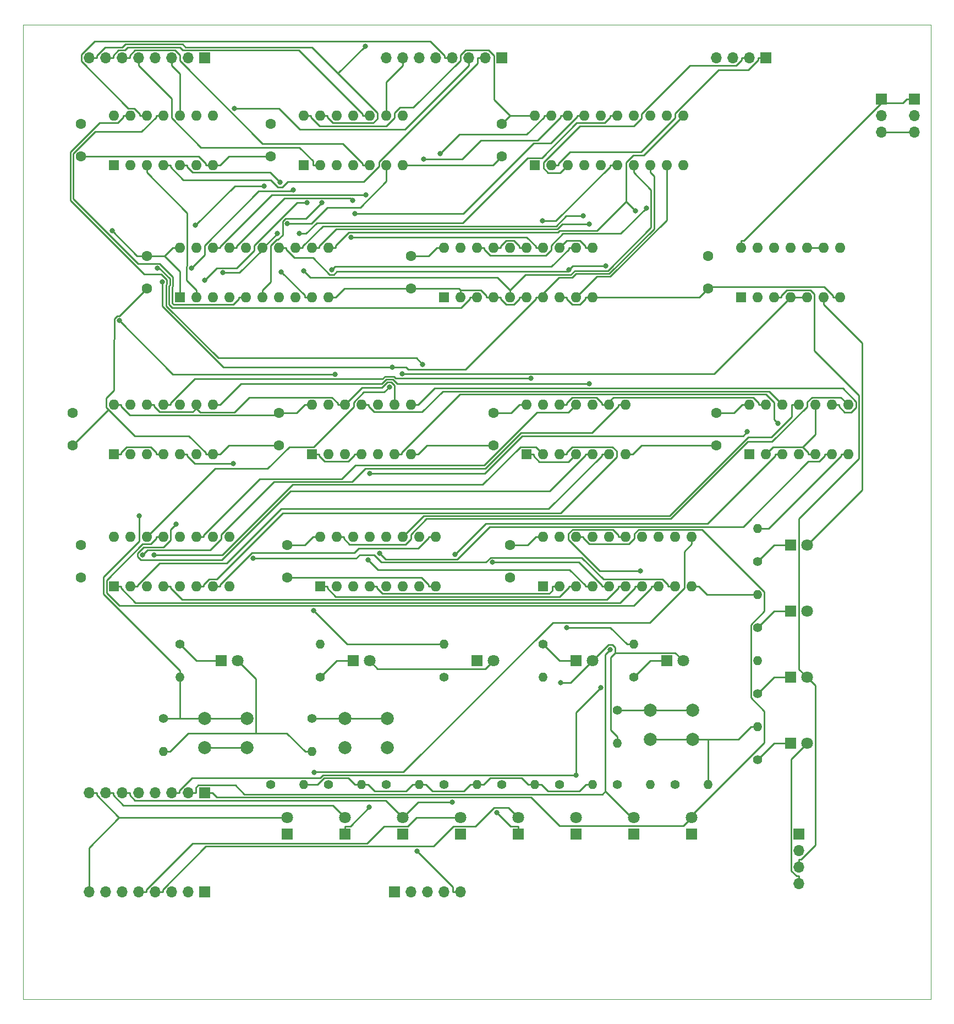
<source format=gbl>
%TF.GenerationSoftware,KiCad,Pcbnew,5.1.6-c6e7f7d~87~ubuntu16.04.1*%
%TF.CreationDate,2020-11-27T02:48:22-05:00*%
%TF.ProjectId,riscyalu,72697363-7961-46c7-952e-6b696361645f,rev?*%
%TF.SameCoordinates,Original*%
%TF.FileFunction,Copper,L2,Bot*%
%TF.FilePolarity,Positive*%
%FSLAX46Y46*%
G04 Gerber Fmt 4.6, Leading zero omitted, Abs format (unit mm)*
G04 Created by KiCad (PCBNEW 5.1.6-c6e7f7d~87~ubuntu16.04.1) date 2020-11-27 02:48:22*
%MOMM*%
%LPD*%
G01*
G04 APERTURE LIST*
%TA.AperFunction,Profile*%
%ADD10C,0.100000*%
%TD*%
%TA.AperFunction,ComponentPad*%
%ADD11C,2.000000*%
%TD*%
%TA.AperFunction,ComponentPad*%
%ADD12O,1.400000X1.400000*%
%TD*%
%TA.AperFunction,ComponentPad*%
%ADD13C,1.400000*%
%TD*%
%TA.AperFunction,ComponentPad*%
%ADD14O,1.700000X1.700000*%
%TD*%
%TA.AperFunction,ComponentPad*%
%ADD15R,1.700000X1.700000*%
%TD*%
%TA.AperFunction,ComponentPad*%
%ADD16C,1.800000*%
%TD*%
%TA.AperFunction,ComponentPad*%
%ADD17R,1.800000X1.800000*%
%TD*%
%TA.AperFunction,ComponentPad*%
%ADD18O,1.600000X1.600000*%
%TD*%
%TA.AperFunction,ComponentPad*%
%ADD19R,1.600000X1.600000*%
%TD*%
%TA.AperFunction,ComponentPad*%
%ADD20C,1.600000*%
%TD*%
%TA.AperFunction,ViaPad*%
%ADD21C,0.800000*%
%TD*%
%TA.AperFunction,Conductor*%
%ADD22C,0.250000*%
%TD*%
G04 APERTURE END LIST*
D10*
X149860000Y-10160000D02*
X149860000Y-160020000D01*
X10160000Y-10160000D02*
X149860000Y-10160000D01*
X10160000Y-160020000D02*
X10160000Y-10160000D01*
X149860000Y-160020000D02*
X10160000Y-160020000D01*
D11*
%TO.P,SW3,1*%
%TO.N,addwb*%
X113180000Y-115570000D03*
%TO.P,SW3,2*%
%TO.N,GND*%
X113180000Y-120070000D03*
%TO.P,SW3,1*%
%TO.N,addwb*%
X106680000Y-115570000D03*
%TO.P,SW3,2*%
%TO.N,GND*%
X106680000Y-120070000D03*
%TD*%
%TO.P,SW2,1*%
%TO.N,sliwb*%
X66190000Y-116840000D03*
%TO.P,SW2,2*%
%TO.N,GND*%
X66190000Y-121340000D03*
%TO.P,SW2,1*%
%TO.N,sliwb*%
X59690000Y-116840000D03*
%TO.P,SW2,2*%
%TO.N,GND*%
X59690000Y-121340000D03*
%TD*%
%TO.P,SW1,1*%
%TO.N,nandwb*%
X44600000Y-116840000D03*
%TO.P,SW1,2*%
%TO.N,GND*%
X44600000Y-121340000D03*
%TO.P,SW1,1*%
%TO.N,nandwb*%
X38100000Y-116840000D03*
%TO.P,SW1,2*%
%TO.N,GND*%
X38100000Y-121340000D03*
%TD*%
D12*
%TO.P,R21,2*%
%TO.N,+5V*%
X101600000Y-120650000D03*
D13*
%TO.P,R21,1*%
%TO.N,addwb*%
X101600000Y-115570000D03*
%TD*%
D12*
%TO.P,R20,2*%
%TO.N,+5V*%
X54610000Y-121920000D03*
D13*
%TO.P,R20,1*%
%TO.N,sliwb*%
X54610000Y-116840000D03*
%TD*%
D12*
%TO.P,R19,2*%
%TO.N,+5V*%
X31750000Y-121920000D03*
D13*
%TO.P,R19,1*%
%TO.N,nandwb*%
X31750000Y-116840000D03*
%TD*%
D14*
%TO.P,J9,3*%
%TO.N,Net-(J1-Pad3)*%
X147320000Y-26670000D03*
%TO.P,J9,2*%
%TO.N,GND*%
X147320000Y-24130000D03*
D15*
%TO.P,J9,1*%
%TO.N,+5V*%
X147320000Y-21590000D03*
%TD*%
D12*
%TO.P,R18,2*%
%TO.N,GND*%
X53340000Y-127000000D03*
D13*
%TO.P,R18,1*%
%TO.N,Net-(D18-Pad1)*%
X48260000Y-127000000D03*
%TD*%
D12*
%TO.P,R17,2*%
%TO.N,GND*%
X62230000Y-127000000D03*
D13*
%TO.P,R17,1*%
%TO.N,Net-(D17-Pad1)*%
X57150000Y-127000000D03*
%TD*%
D12*
%TO.P,R16,2*%
%TO.N,GND*%
X71120000Y-127000000D03*
D13*
%TO.P,R16,1*%
%TO.N,Net-(D16-Pad1)*%
X66040000Y-127000000D03*
%TD*%
D12*
%TO.P,R15,2*%
%TO.N,GND*%
X80010000Y-127000000D03*
D13*
%TO.P,R15,1*%
%TO.N,Net-(D15-Pad1)*%
X74930000Y-127000000D03*
%TD*%
D12*
%TO.P,R14,2*%
%TO.N,GND*%
X88900000Y-127000000D03*
D13*
%TO.P,R14,1*%
%TO.N,Net-(D14-Pad1)*%
X83820000Y-127000000D03*
%TD*%
D12*
%TO.P,R13,2*%
%TO.N,GND*%
X97790000Y-127000000D03*
D13*
%TO.P,R13,1*%
%TO.N,Net-(D13-Pad1)*%
X92710000Y-127000000D03*
%TD*%
D12*
%TO.P,R12,2*%
%TO.N,GND*%
X106680000Y-127000000D03*
D13*
%TO.P,R12,1*%
%TO.N,Net-(D12-Pad1)*%
X101600000Y-127000000D03*
%TD*%
D12*
%TO.P,R11,2*%
%TO.N,GND*%
X115570000Y-127000000D03*
D13*
%TO.P,R11,1*%
%TO.N,Net-(D11-Pad1)*%
X110490000Y-127000000D03*
%TD*%
D16*
%TO.P,D18,2*%
%TO.N,wb7*%
X50800000Y-132080000D03*
D17*
%TO.P,D18,1*%
%TO.N,Net-(D18-Pad1)*%
X50800000Y-134620000D03*
%TD*%
D16*
%TO.P,D17,2*%
%TO.N,wb6*%
X59690000Y-132080000D03*
D17*
%TO.P,D17,1*%
%TO.N,Net-(D17-Pad1)*%
X59690000Y-134620000D03*
%TD*%
D16*
%TO.P,D16,2*%
%TO.N,wb5*%
X68580000Y-132080000D03*
D17*
%TO.P,D16,1*%
%TO.N,Net-(D16-Pad1)*%
X68580000Y-134620000D03*
%TD*%
D16*
%TO.P,D15,2*%
%TO.N,wb4*%
X77470000Y-132080000D03*
D17*
%TO.P,D15,1*%
%TO.N,Net-(D15-Pad1)*%
X77470000Y-134620000D03*
%TD*%
D16*
%TO.P,D14,2*%
%TO.N,wb3*%
X86360000Y-132080000D03*
D17*
%TO.P,D14,1*%
%TO.N,Net-(D14-Pad1)*%
X86360000Y-134620000D03*
%TD*%
D16*
%TO.P,D13,2*%
%TO.N,wb2*%
X95250000Y-132080000D03*
D17*
%TO.P,D13,1*%
%TO.N,Net-(D13-Pad1)*%
X95250000Y-134620000D03*
%TD*%
D16*
%TO.P,D12,2*%
%TO.N,wb1*%
X104140000Y-132080000D03*
D17*
%TO.P,D12,1*%
%TO.N,Net-(D12-Pad1)*%
X104140000Y-134620000D03*
%TD*%
D16*
%TO.P,D11,2*%
%TO.N,wb0*%
X113030000Y-132080000D03*
D17*
%TO.P,D11,1*%
%TO.N,Net-(D11-Pad1)*%
X113030000Y-134620000D03*
%TD*%
D18*
%TO.P,U13,14*%
%TO.N,+5V*%
X120650000Y-44450000D03*
%TO.P,U13,7*%
%TO.N,GND*%
X135890000Y-52070000D03*
%TO.P,U13,13*%
%TO.N,N/C*%
X123190000Y-44450000D03*
%TO.P,U13,6*%
%TO.N,eq*%
X133350000Y-52070000D03*
%TO.P,U13,12*%
%TO.N,N/C*%
X125730000Y-44450000D03*
%TO.P,U13,5*%
%TO.N,noteq*%
X130810000Y-52070000D03*
%TO.P,U13,11*%
%TO.N,N/C*%
X128270000Y-44450000D03*
%TO.P,U13,4*%
%TO.N,noteq*%
X128270000Y-52070000D03*
%TO.P,U13,10*%
%TO.N,Rrd7*%
X130810000Y-44450000D03*
%TO.P,U13,3*%
%TO.N,lt*%
X125730000Y-52070000D03*
%TO.P,U13,9*%
%TO.N,Rrd7*%
X133350000Y-44450000D03*
%TO.P,U13,2*%
%TO.N,ge*%
X123190000Y-52070000D03*
%TO.P,U13,8*%
X135890000Y-44450000D03*
D19*
%TO.P,U13,1*%
X120650000Y-52070000D03*
%TD*%
D18*
%TO.P,U12,20*%
%TO.N,+5V*%
X74930000Y-44450000D03*
%TO.P,U12,10*%
%TO.N,GND*%
X97790000Y-52070000D03*
%TO.P,U12,19*%
%TO.N,noteq*%
X77470000Y-44450000D03*
%TO.P,U12,9*%
%TO.N,Rrd3*%
X95250000Y-52070000D03*
%TO.P,U12,18*%
%TO.N,Rrd7*%
X80010000Y-44450000D03*
%TO.P,U12,8*%
%TO.N,GND*%
X92710000Y-52070000D03*
%TO.P,U12,17*%
X82550000Y-44450000D03*
%TO.P,U12,7*%
%TO.N,Rrd2*%
X90170000Y-52070000D03*
%TO.P,U12,16*%
%TO.N,Rrd6*%
X85090000Y-44450000D03*
%TO.P,U12,6*%
%TO.N,GND*%
X87630000Y-52070000D03*
%TO.P,U12,15*%
X87630000Y-44450000D03*
%TO.P,U12,5*%
%TO.N,Rrd1*%
X85090000Y-52070000D03*
%TO.P,U12,14*%
%TO.N,Rrd5*%
X90170000Y-44450000D03*
%TO.P,U12,4*%
%TO.N,GND*%
X82550000Y-52070000D03*
%TO.P,U12,13*%
X92710000Y-44450000D03*
%TO.P,U12,3*%
%TO.N,Rrd0*%
X80010000Y-52070000D03*
%TO.P,U12,12*%
%TO.N,Rrd4*%
X95250000Y-44450000D03*
%TO.P,U12,2*%
%TO.N,GND*%
X77470000Y-52070000D03*
%TO.P,U12,11*%
X97790000Y-44450000D03*
D19*
%TO.P,U12,1*%
%TO.N,Net-(U12-Pad1)*%
X74930000Y-52070000D03*
%TD*%
D18*
%TO.P,U11,14*%
%TO.N,+5V*%
X54610000Y-68580000D03*
%TO.P,U11,7*%
%TO.N,GND*%
X69850000Y-76200000D03*
%TO.P,U11,13*%
%TO.N,Rrs3*%
X57150000Y-68580000D03*
%TO.P,U11,6*%
%TO.N,Net-(U11-Pad6)*%
X67310000Y-76200000D03*
%TO.P,U11,12*%
%TO.N,incdec*%
X59690000Y-68580000D03*
%TO.P,U11,5*%
%TO.N,Rrs1*%
X64770000Y-76200000D03*
%TO.P,U11,11*%
%TO.N,Net-(U11-Pad11)*%
X62230000Y-68580000D03*
%TO.P,U11,4*%
%TO.N,incdec*%
X62230000Y-76200000D03*
%TO.P,U11,10*%
%TO.N,Rrs2*%
X64770000Y-68580000D03*
%TO.P,U11,3*%
%TO.N,Net-(U11-Pad3)*%
X59690000Y-76200000D03*
%TO.P,U11,9*%
%TO.N,incdec*%
X67310000Y-68580000D03*
%TO.P,U11,2*%
%TO.N,Rrs0*%
X57150000Y-76200000D03*
%TO.P,U11,8*%
%TO.N,Net-(U11-Pad8)*%
X69850000Y-68580000D03*
D19*
%TO.P,U11,1*%
%TO.N,incdec*%
X54610000Y-76200000D03*
%TD*%
D18*
%TO.P,U10,14*%
%TO.N,+5V*%
X24130000Y-68580000D03*
%TO.P,U10,7*%
%TO.N,GND*%
X39370000Y-76200000D03*
%TO.P,U10,13*%
%TO.N,Rrs7*%
X26670000Y-68580000D03*
%TO.P,U10,6*%
%TO.N,Net-(U10-Pad6)*%
X36830000Y-76200000D03*
%TO.P,U10,12*%
%TO.N,incdec*%
X29210000Y-68580000D03*
%TO.P,U10,5*%
%TO.N,Rrs5*%
X34290000Y-76200000D03*
%TO.P,U10,11*%
%TO.N,Net-(U10-Pad11)*%
X31750000Y-68580000D03*
%TO.P,U10,4*%
%TO.N,incdec*%
X31750000Y-76200000D03*
%TO.P,U10,10*%
%TO.N,Rrs6*%
X34290000Y-68580000D03*
%TO.P,U10,3*%
%TO.N,Net-(U10-Pad3)*%
X29210000Y-76200000D03*
%TO.P,U10,9*%
%TO.N,incdec*%
X36830000Y-68580000D03*
%TO.P,U10,2*%
%TO.N,Rrs4*%
X26670000Y-76200000D03*
%TO.P,U10,8*%
%TO.N,Net-(U10-Pad8)*%
X39370000Y-68580000D03*
D19*
%TO.P,U10,1*%
%TO.N,incdec*%
X24130000Y-76200000D03*
%TD*%
D18*
%TO.P,U9,14*%
%TO.N,+5V*%
X121920000Y-68580000D03*
%TO.P,U9,7*%
%TO.N,GND*%
X137160000Y-76200000D03*
%TO.P,U9,13*%
%TO.N,addsub*%
X124460000Y-68580000D03*
%TO.P,U9,6*%
%TO.N,Net-(U7-Pad2)*%
X134620000Y-76200000D03*
%TO.P,U9,12*%
%TO.N,Net-(U11-Pad11)*%
X127000000Y-68580000D03*
%TO.P,U9,5*%
%TO.N,addsub*%
X132080000Y-76200000D03*
%TO.P,U9,11*%
%TO.N,Net-(U7-Pad11)*%
X129540000Y-68580000D03*
%TO.P,U9,4*%
%TO.N,Net-(U11-Pad6)*%
X129540000Y-76200000D03*
%TO.P,U9,10*%
%TO.N,addsub*%
X132080000Y-68580000D03*
%TO.P,U9,3*%
%TO.N,Net-(U7-Pad6)*%
X127000000Y-76200000D03*
%TO.P,U9,9*%
%TO.N,Net-(U11-Pad8)*%
X134620000Y-68580000D03*
%TO.P,U9,2*%
%TO.N,addsub*%
X124460000Y-76200000D03*
%TO.P,U9,8*%
%TO.N,Net-(U7-Pad15)*%
X137160000Y-68580000D03*
D19*
%TO.P,U9,1*%
%TO.N,Net-(U11-Pad3)*%
X121920000Y-76200000D03*
%TD*%
D18*
%TO.P,U8,14*%
%TO.N,+5V*%
X87630000Y-68580000D03*
%TO.P,U8,7*%
%TO.N,GND*%
X102870000Y-76200000D03*
%TO.P,U8,13*%
%TO.N,Net-(U10-Pad11)*%
X90170000Y-68580000D03*
%TO.P,U8,6*%
%TO.N,Net-(U6-Pad2)*%
X100330000Y-76200000D03*
%TO.P,U8,12*%
%TO.N,addsub*%
X92710000Y-68580000D03*
%TO.P,U8,5*%
%TO.N,Net-(U10-Pad6)*%
X97790000Y-76200000D03*
%TO.P,U8,11*%
%TO.N,Net-(U6-Pad11)*%
X95250000Y-68580000D03*
%TO.P,U8,4*%
%TO.N,addsub*%
X95250000Y-76200000D03*
%TO.P,U8,10*%
%TO.N,Net-(U10-Pad8)*%
X97790000Y-68580000D03*
%TO.P,U8,3*%
%TO.N,Net-(U6-Pad6)*%
X92710000Y-76200000D03*
%TO.P,U8,9*%
%TO.N,addsub*%
X100330000Y-68580000D03*
%TO.P,U8,2*%
%TO.N,Net-(U10-Pad3)*%
X90170000Y-76200000D03*
%TO.P,U8,8*%
%TO.N,Net-(U6-Pad15)*%
X102870000Y-68580000D03*
D19*
%TO.P,U8,1*%
%TO.N,addsub*%
X87630000Y-76200000D03*
%TD*%
D18*
%TO.P,U7,16*%
%TO.N,+5V*%
X55880000Y-88900000D03*
%TO.P,U7,8*%
%TO.N,GND*%
X73660000Y-96520000D03*
%TO.P,U7,15*%
%TO.N,Net-(U7-Pad15)*%
X58420000Y-88900000D03*
%TO.P,U7,7*%
%TO.N,addsub*%
X71120000Y-96520000D03*
%TO.P,U7,14*%
%TO.N,Rrd2*%
X60960000Y-88900000D03*
%TO.P,U7,6*%
%TO.N,Net-(U7-Pad6)*%
X68580000Y-96520000D03*
%TO.P,U7,13*%
%TO.N,Net-(U5-Pad4)*%
X63500000Y-88900000D03*
%TO.P,U7,5*%
%TO.N,Rrd0*%
X66040000Y-96520000D03*
%TO.P,U7,12*%
%TO.N,Rrd3*%
X66040000Y-88900000D03*
%TO.P,U7,4*%
%TO.N,Net-(U5-Pad2)*%
X63500000Y-96520000D03*
%TO.P,U7,11*%
%TO.N,Net-(U7-Pad11)*%
X68580000Y-88900000D03*
%TO.P,U7,3*%
%TO.N,Rrd1*%
X60960000Y-96520000D03*
%TO.P,U7,10*%
%TO.N,Net-(U5-Pad5)*%
X71120000Y-88900000D03*
%TO.P,U7,2*%
%TO.N,Net-(U7-Pad2)*%
X58420000Y-96520000D03*
%TO.P,U7,9*%
%TO.N,Net-(U6-Pad7)*%
X73660000Y-88900000D03*
D19*
%TO.P,U7,1*%
%TO.N,Net-(U5-Pad3)*%
X55880000Y-96520000D03*
%TD*%
D18*
%TO.P,U6,16*%
%TO.N,+5V*%
X24130000Y-88900000D03*
%TO.P,U6,8*%
%TO.N,GND*%
X41910000Y-96520000D03*
%TO.P,U6,15*%
%TO.N,Net-(U6-Pad15)*%
X26670000Y-88900000D03*
%TO.P,U6,7*%
%TO.N,Net-(U6-Pad7)*%
X39370000Y-96520000D03*
%TO.P,U6,14*%
%TO.N,Rrd6*%
X29210000Y-88900000D03*
%TO.P,U6,6*%
%TO.N,Net-(U6-Pad6)*%
X36830000Y-96520000D03*
%TO.P,U6,13*%
%TO.N,Net-(U5-Pad8)*%
X31750000Y-88900000D03*
%TO.P,U6,5*%
%TO.N,Rrd4*%
X34290000Y-96520000D03*
%TO.P,U6,12*%
%TO.N,Rrd7*%
X34290000Y-88900000D03*
%TO.P,U6,4*%
%TO.N,Net-(U5-Pad6)*%
X31750000Y-96520000D03*
%TO.P,U6,11*%
%TO.N,Net-(U6-Pad11)*%
X36830000Y-88900000D03*
%TO.P,U6,3*%
%TO.N,Rrd5*%
X29210000Y-96520000D03*
%TO.P,U6,10*%
%TO.N,Net-(U5-Pad9)*%
X39370000Y-88900000D03*
%TO.P,U6,2*%
%TO.N,Net-(U6-Pad2)*%
X26670000Y-96520000D03*
%TO.P,U6,9*%
%TO.N,Net-(U6-Pad9)*%
X41910000Y-88900000D03*
D19*
%TO.P,U6,1*%
%TO.N,Net-(U5-Pad7)*%
X24130000Y-96520000D03*
%TD*%
D18*
%TO.P,U5,20*%
%TO.N,+5V*%
X90170000Y-88900000D03*
%TO.P,U5,10*%
%TO.N,GND*%
X113030000Y-96520000D03*
%TO.P,U5,19*%
%TO.N,addwb*%
X92710000Y-88900000D03*
%TO.P,U5,9*%
%TO.N,Net-(U5-Pad9)*%
X110490000Y-96520000D03*
%TO.P,U5,18*%
%TO.N,wb0*%
X95250000Y-88900000D03*
%TO.P,U5,8*%
%TO.N,Net-(U5-Pad8)*%
X107950000Y-96520000D03*
%TO.P,U5,17*%
%TO.N,wb1*%
X97790000Y-88900000D03*
%TO.P,U5,7*%
%TO.N,Net-(U5-Pad7)*%
X105410000Y-96520000D03*
%TO.P,U5,16*%
%TO.N,wb2*%
X100330000Y-88900000D03*
%TO.P,U5,6*%
%TO.N,Net-(U5-Pad6)*%
X102870000Y-96520000D03*
%TO.P,U5,15*%
%TO.N,wb3*%
X102870000Y-88900000D03*
%TO.P,U5,5*%
%TO.N,Net-(U5-Pad5)*%
X100330000Y-96520000D03*
%TO.P,U5,14*%
%TO.N,wb4*%
X105410000Y-88900000D03*
%TO.P,U5,4*%
%TO.N,Net-(U5-Pad4)*%
X97790000Y-96520000D03*
%TO.P,U5,13*%
%TO.N,wb5*%
X107950000Y-88900000D03*
%TO.P,U5,3*%
%TO.N,Net-(U5-Pad3)*%
X95250000Y-96520000D03*
%TO.P,U5,12*%
%TO.N,wb6*%
X110490000Y-88900000D03*
%TO.P,U5,2*%
%TO.N,Net-(U5-Pad2)*%
X92710000Y-96520000D03*
%TO.P,U5,11*%
%TO.N,wb7*%
X113030000Y-88900000D03*
D19*
%TO.P,U5,1*%
%TO.N,+5V*%
X90170000Y-96520000D03*
%TD*%
D18*
%TO.P,U4,20*%
%TO.N,+5V*%
X88900000Y-24130000D03*
%TO.P,U4,10*%
%TO.N,GND*%
X111760000Y-31750000D03*
%TO.P,U4,19*%
%TO.N,sliwb*%
X91440000Y-24130000D03*
%TO.P,U4,9*%
%TO.N,Rrd3*%
X109220000Y-31750000D03*
%TO.P,U4,18*%
%TO.N,wb0*%
X93980000Y-24130000D03*
%TO.P,U4,8*%
%TO.N,Rrd2*%
X106680000Y-31750000D03*
%TO.P,U4,17*%
%TO.N,wb1*%
X96520000Y-24130000D03*
%TO.P,U4,7*%
%TO.N,Rrd1*%
X104140000Y-31750000D03*
%TO.P,U4,16*%
%TO.N,wb2*%
X99060000Y-24130000D03*
%TO.P,U4,6*%
%TO.N,Rrd0*%
X101600000Y-31750000D03*
%TO.P,U4,15*%
%TO.N,wb3*%
X101600000Y-24130000D03*
%TO.P,U4,5*%
%TO.N,imm3*%
X99060000Y-31750000D03*
%TO.P,U4,14*%
%TO.N,wb4*%
X104140000Y-24130000D03*
%TO.P,U4,4*%
%TO.N,imm2*%
X96520000Y-31750000D03*
%TO.P,U4,13*%
%TO.N,wb5*%
X106680000Y-24130000D03*
%TO.P,U4,3*%
%TO.N,imm1*%
X93980000Y-31750000D03*
%TO.P,U4,12*%
%TO.N,wb6*%
X109220000Y-24130000D03*
%TO.P,U4,2*%
%TO.N,imm0*%
X91440000Y-31750000D03*
%TO.P,U4,11*%
%TO.N,wb7*%
X111760000Y-24130000D03*
D19*
%TO.P,U4,1*%
%TO.N,+5V*%
X88900000Y-31750000D03*
%TD*%
D18*
%TO.P,U3,20*%
%TO.N,+5V*%
X34290000Y-44450000D03*
%TO.P,U3,10*%
%TO.N,GND*%
X57150000Y-52070000D03*
%TO.P,U3,19*%
%TO.N,nandwb*%
X36830000Y-44450000D03*
%TO.P,U3,9*%
%TO.N,Net-(U2-Pad11)*%
X54610000Y-52070000D03*
%TO.P,U3,18*%
%TO.N,wb0*%
X39370000Y-44450000D03*
%TO.P,U3,8*%
%TO.N,Net-(U2-Pad8)*%
X52070000Y-52070000D03*
%TO.P,U3,17*%
%TO.N,wb1*%
X41910000Y-44450000D03*
%TO.P,U3,7*%
%TO.N,Net-(U2-Pad6)*%
X49530000Y-52070000D03*
%TO.P,U3,16*%
%TO.N,wb2*%
X44450000Y-44450000D03*
%TO.P,U3,6*%
%TO.N,Net-(U2-Pad3)*%
X46990000Y-52070000D03*
%TO.P,U3,15*%
%TO.N,wb3*%
X46990000Y-44450000D03*
%TO.P,U3,5*%
%TO.N,Net-(U1-Pad11)*%
X44450000Y-52070000D03*
%TO.P,U3,14*%
%TO.N,wb4*%
X49530000Y-44450000D03*
%TO.P,U3,4*%
%TO.N,Net-(U1-Pad8)*%
X41910000Y-52070000D03*
%TO.P,U3,13*%
%TO.N,wb5*%
X52070000Y-44450000D03*
%TO.P,U3,3*%
%TO.N,Net-(U1-Pad6)*%
X39370000Y-52070000D03*
%TO.P,U3,12*%
%TO.N,wb6*%
X54610000Y-44450000D03*
%TO.P,U3,2*%
%TO.N,Net-(U1-Pad3)*%
X36830000Y-52070000D03*
%TO.P,U3,11*%
%TO.N,wb7*%
X57150000Y-44450000D03*
D19*
%TO.P,U3,1*%
%TO.N,+5V*%
X34290000Y-52070000D03*
%TD*%
D18*
%TO.P,U2,14*%
%TO.N,+5V*%
X53340000Y-24130000D03*
%TO.P,U2,7*%
%TO.N,GND*%
X68580000Y-31750000D03*
%TO.P,U2,13*%
%TO.N,Rrd7*%
X55880000Y-24130000D03*
%TO.P,U2,6*%
%TO.N,Net-(U2-Pad6)*%
X66040000Y-31750000D03*
%TO.P,U2,12*%
%TO.N,Rrs7*%
X58420000Y-24130000D03*
%TO.P,U2,5*%
%TO.N,Rrd5*%
X63500000Y-31750000D03*
%TO.P,U2,11*%
%TO.N,Net-(U2-Pad11)*%
X60960000Y-24130000D03*
%TO.P,U2,4*%
%TO.N,Rrs5*%
X60960000Y-31750000D03*
%TO.P,U2,10*%
%TO.N,Rrd6*%
X63500000Y-24130000D03*
%TO.P,U2,3*%
%TO.N,Net-(U2-Pad3)*%
X58420000Y-31750000D03*
%TO.P,U2,9*%
%TO.N,Rrs6*%
X66040000Y-24130000D03*
%TO.P,U2,2*%
%TO.N,Rrd4*%
X55880000Y-31750000D03*
%TO.P,U2,8*%
%TO.N,Net-(U2-Pad8)*%
X68580000Y-24130000D03*
D19*
%TO.P,U2,1*%
%TO.N,Rrs4*%
X53340000Y-31750000D03*
%TD*%
D18*
%TO.P,U1,14*%
%TO.N,+5V*%
X24130000Y-24130000D03*
%TO.P,U1,7*%
%TO.N,GND*%
X39370000Y-31750000D03*
%TO.P,U1,13*%
%TO.N,Rrd3*%
X26670000Y-24130000D03*
%TO.P,U1,6*%
%TO.N,Net-(U1-Pad6)*%
X36830000Y-31750000D03*
%TO.P,U1,12*%
%TO.N,Rrs3*%
X29210000Y-24130000D03*
%TO.P,U1,5*%
%TO.N,Rrd1*%
X34290000Y-31750000D03*
%TO.P,U1,11*%
%TO.N,Net-(U1-Pad11)*%
X31750000Y-24130000D03*
%TO.P,U1,4*%
%TO.N,Rrs1*%
X31750000Y-31750000D03*
%TO.P,U1,10*%
%TO.N,Rrd2*%
X34290000Y-24130000D03*
%TO.P,U1,3*%
%TO.N,Net-(U1-Pad3)*%
X29210000Y-31750000D03*
%TO.P,U1,9*%
%TO.N,Rrs2*%
X36830000Y-24130000D03*
%TO.P,U1,2*%
%TO.N,Rrd0*%
X26670000Y-31750000D03*
%TO.P,U1,8*%
%TO.N,Net-(U1-Pad8)*%
X39370000Y-24130000D03*
D19*
%TO.P,U1,1*%
%TO.N,Rrs0*%
X24130000Y-31750000D03*
%TD*%
D12*
%TO.P,R10,2*%
%TO.N,GND*%
X123190000Y-118110000D03*
D13*
%TO.P,R10,1*%
%TO.N,Net-(D10-Pad1)*%
X123190000Y-123190000D03*
%TD*%
D12*
%TO.P,R9,2*%
%TO.N,GND*%
X123190000Y-107950000D03*
D13*
%TO.P,R9,1*%
%TO.N,Net-(D9-Pad1)*%
X123190000Y-113030000D03*
%TD*%
D12*
%TO.P,R8,2*%
%TO.N,GND*%
X123190000Y-97790000D03*
D13*
%TO.P,R8,1*%
%TO.N,Net-(D8-Pad1)*%
X123190000Y-102870000D03*
%TD*%
D12*
%TO.P,R7,2*%
%TO.N,GND*%
X123190000Y-87630000D03*
D13*
%TO.P,R7,1*%
%TO.N,Net-(D7-Pad1)*%
X123190000Y-92710000D03*
%TD*%
D12*
%TO.P,R5,2*%
%TO.N,incdec*%
X74930000Y-105410000D03*
D13*
%TO.P,R5,1*%
%TO.N,Net-(D5-Pad1)*%
X74930000Y-110490000D03*
%TD*%
D12*
%TO.P,R4,2*%
%TO.N,addsub*%
X90170000Y-110490000D03*
D13*
%TO.P,R4,1*%
%TO.N,Net-(D4-Pad1)*%
X90170000Y-105410000D03*
%TD*%
D12*
%TO.P,R3,2*%
%TO.N,addwb*%
X104140000Y-105410000D03*
D13*
%TO.P,R3,1*%
%TO.N,Net-(D3-Pad1)*%
X104140000Y-110490000D03*
%TD*%
D12*
%TO.P,R2,2*%
%TO.N,sliwb*%
X55880000Y-105410000D03*
D13*
%TO.P,R2,1*%
%TO.N,Net-(D2-Pad1)*%
X55880000Y-110490000D03*
%TD*%
D12*
%TO.P,R1,2*%
%TO.N,nandwb*%
X34290000Y-110490000D03*
D13*
%TO.P,R1,1*%
%TO.N,Net-(D1-Pad1)*%
X34290000Y-105410000D03*
%TD*%
D14*
%TO.P,J8,4*%
%TO.N,ge*%
X129540000Y-142240000D03*
%TO.P,J8,3*%
%TO.N,lt*%
X129540000Y-139700000D03*
%TO.P,J8,2*%
%TO.N,noteq*%
X129540000Y-137160000D03*
D15*
%TO.P,J8,1*%
%TO.N,eq*%
X129540000Y-134620000D03*
%TD*%
D14*
%TO.P,J7,5*%
%TO.N,sliwb*%
X77470000Y-143510000D03*
%TO.P,J7,4*%
%TO.N,nandwb*%
X74930000Y-143510000D03*
%TO.P,J7,3*%
%TO.N,addwb*%
X72390000Y-143510000D03*
%TO.P,J7,2*%
%TO.N,incdec*%
X69850000Y-143510000D03*
D15*
%TO.P,J7,1*%
%TO.N,addsub*%
X67310000Y-143510000D03*
%TD*%
D14*
%TO.P,J6,4*%
%TO.N,imm3*%
X116840000Y-15240000D03*
%TO.P,J6,3*%
%TO.N,imm2*%
X119380000Y-15240000D03*
%TO.P,J6,2*%
%TO.N,imm1*%
X121920000Y-15240000D03*
D15*
%TO.P,J6,1*%
%TO.N,imm0*%
X124460000Y-15240000D03*
%TD*%
D14*
%TO.P,J5,8*%
%TO.N,Rrs7*%
X66040000Y-15240000D03*
%TO.P,J5,7*%
%TO.N,Rrs6*%
X68580000Y-15240000D03*
%TO.P,J5,6*%
%TO.N,Rrs5*%
X71120000Y-15240000D03*
%TO.P,J5,5*%
%TO.N,Rrs4*%
X73660000Y-15240000D03*
%TO.P,J5,4*%
%TO.N,Rrs3*%
X76200000Y-15240000D03*
%TO.P,J5,3*%
%TO.N,Rrs2*%
X78740000Y-15240000D03*
%TO.P,J5,2*%
%TO.N,Rrs1*%
X81280000Y-15240000D03*
D15*
%TO.P,J5,1*%
%TO.N,Rrs0*%
X83820000Y-15240000D03*
%TD*%
D14*
%TO.P,J4,8*%
%TO.N,Rrd7*%
X20320000Y-15240000D03*
%TO.P,J4,7*%
%TO.N,Rrd6*%
X22860000Y-15240000D03*
%TO.P,J4,6*%
%TO.N,Rrd5*%
X25400000Y-15240000D03*
%TO.P,J4,5*%
%TO.N,Rrd4*%
X27940000Y-15240000D03*
%TO.P,J4,4*%
%TO.N,Rrd3*%
X30480000Y-15240000D03*
%TO.P,J4,3*%
%TO.N,Rrd2*%
X33020000Y-15240000D03*
%TO.P,J4,2*%
%TO.N,Rrd1*%
X35560000Y-15240000D03*
D15*
%TO.P,J4,1*%
%TO.N,Rrd0*%
X38100000Y-15240000D03*
%TD*%
D14*
%TO.P,J3,8*%
%TO.N,wb7*%
X20320000Y-143510000D03*
%TO.P,J3,7*%
%TO.N,wb6*%
X22860000Y-143510000D03*
%TO.P,J3,6*%
%TO.N,wb5*%
X25400000Y-143510000D03*
%TO.P,J3,5*%
%TO.N,wb4*%
X27940000Y-143510000D03*
%TO.P,J3,4*%
%TO.N,wb3*%
X30480000Y-143510000D03*
%TO.P,J3,3*%
%TO.N,wb2*%
X33020000Y-143510000D03*
%TO.P,J3,2*%
%TO.N,wb1*%
X35560000Y-143510000D03*
D15*
%TO.P,J3,1*%
%TO.N,wb0*%
X38100000Y-143510000D03*
%TD*%
D14*
%TO.P,J2,8*%
%TO.N,wb7*%
X20320000Y-128270000D03*
%TO.P,J2,7*%
%TO.N,wb6*%
X22860000Y-128270000D03*
%TO.P,J2,6*%
%TO.N,wb5*%
X25400000Y-128270000D03*
%TO.P,J2,5*%
%TO.N,wb4*%
X27940000Y-128270000D03*
%TO.P,J2,4*%
%TO.N,wb3*%
X30480000Y-128270000D03*
%TO.P,J2,3*%
%TO.N,wb2*%
X33020000Y-128270000D03*
%TO.P,J2,2*%
%TO.N,wb1*%
X35560000Y-128270000D03*
D15*
%TO.P,J2,1*%
%TO.N,wb0*%
X38100000Y-128270000D03*
%TD*%
D14*
%TO.P,J1,3*%
%TO.N,Net-(J1-Pad3)*%
X142240000Y-26670000D03*
%TO.P,J1,2*%
%TO.N,GND*%
X142240000Y-24130000D03*
D15*
%TO.P,J1,1*%
%TO.N,+5V*%
X142240000Y-21590000D03*
%TD*%
D16*
%TO.P,D10,2*%
%TO.N,ge*%
X130810000Y-120650000D03*
D17*
%TO.P,D10,1*%
%TO.N,Net-(D10-Pad1)*%
X128270000Y-120650000D03*
%TD*%
D16*
%TO.P,D9,2*%
%TO.N,lt*%
X130810000Y-110490000D03*
D17*
%TO.P,D9,1*%
%TO.N,Net-(D9-Pad1)*%
X128270000Y-110490000D03*
%TD*%
D16*
%TO.P,D8,2*%
%TO.N,noteq*%
X130810000Y-100330000D03*
D17*
%TO.P,D8,1*%
%TO.N,Net-(D8-Pad1)*%
X128270000Y-100330000D03*
%TD*%
D16*
%TO.P,D7,2*%
%TO.N,eq*%
X130810000Y-90170000D03*
D17*
%TO.P,D7,1*%
%TO.N,Net-(D7-Pad1)*%
X128270000Y-90170000D03*
%TD*%
D16*
%TO.P,D5,2*%
%TO.N,+5V*%
X82550000Y-107950000D03*
D17*
%TO.P,D5,1*%
%TO.N,Net-(D5-Pad1)*%
X80010000Y-107950000D03*
%TD*%
D16*
%TO.P,D4,2*%
%TO.N,+5V*%
X97790000Y-107950000D03*
D17*
%TO.P,D4,1*%
%TO.N,Net-(D4-Pad1)*%
X95250000Y-107950000D03*
%TD*%
D16*
%TO.P,D3,2*%
%TO.N,+5V*%
X111760000Y-107950000D03*
D17*
%TO.P,D3,1*%
%TO.N,Net-(D3-Pad1)*%
X109220000Y-107950000D03*
%TD*%
D16*
%TO.P,D2,2*%
%TO.N,+5V*%
X63500000Y-107950000D03*
D17*
%TO.P,D2,1*%
%TO.N,Net-(D2-Pad1)*%
X60960000Y-107950000D03*
%TD*%
D16*
%TO.P,D1,2*%
%TO.N,+5V*%
X43180000Y-107950000D03*
D17*
%TO.P,D1,1*%
%TO.N,Net-(D1-Pad1)*%
X40640000Y-107950000D03*
%TD*%
D20*
%TO.P,C13,2*%
%TO.N,GND*%
X115570000Y-50720000D03*
%TO.P,C13,1*%
%TO.N,+5V*%
X115570000Y-45720000D03*
%TD*%
%TO.P,C12,2*%
%TO.N,GND*%
X69850000Y-50720000D03*
%TO.P,C12,1*%
%TO.N,+5V*%
X69850000Y-45720000D03*
%TD*%
%TO.P,C11,2*%
%TO.N,GND*%
X49530000Y-74850000D03*
%TO.P,C11,1*%
%TO.N,+5V*%
X49530000Y-69850000D03*
%TD*%
%TO.P,C10,2*%
%TO.N,GND*%
X17780000Y-74850000D03*
%TO.P,C10,1*%
%TO.N,+5V*%
X17780000Y-69850000D03*
%TD*%
%TO.P,C9,2*%
%TO.N,GND*%
X116840000Y-74850000D03*
%TO.P,C9,1*%
%TO.N,+5V*%
X116840000Y-69850000D03*
%TD*%
%TO.P,C8,2*%
%TO.N,GND*%
X82550000Y-74850000D03*
%TO.P,C8,1*%
%TO.N,+5V*%
X82550000Y-69850000D03*
%TD*%
%TO.P,C7,2*%
%TO.N,GND*%
X50800000Y-95170000D03*
%TO.P,C7,1*%
%TO.N,+5V*%
X50800000Y-90170000D03*
%TD*%
%TO.P,C6,2*%
%TO.N,GND*%
X19050000Y-95170000D03*
%TO.P,C6,1*%
%TO.N,+5V*%
X19050000Y-90170000D03*
%TD*%
%TO.P,C5,2*%
%TO.N,GND*%
X85090000Y-95170000D03*
%TO.P,C5,1*%
%TO.N,+5V*%
X85090000Y-90170000D03*
%TD*%
%TO.P,C4,2*%
%TO.N,GND*%
X83820000Y-30400000D03*
%TO.P,C4,1*%
%TO.N,+5V*%
X83820000Y-25400000D03*
%TD*%
%TO.P,C3,2*%
%TO.N,GND*%
X29210000Y-50720000D03*
%TO.P,C3,1*%
%TO.N,+5V*%
X29210000Y-45720000D03*
%TD*%
%TO.P,C2,2*%
%TO.N,GND*%
X48260000Y-30400000D03*
%TO.P,C2,1*%
%TO.N,+5V*%
X48260000Y-25400000D03*
%TD*%
%TO.P,C1,2*%
%TO.N,GND*%
X19050000Y-30400000D03*
%TO.P,C1,1*%
%TO.N,+5V*%
X19050000Y-25400000D03*
%TD*%
D21*
%TO.N,+5V*%
X92921100Y-111334000D03*
X23853800Y-41851900D03*
%TO.N,noteq*%
X68513600Y-63789400D03*
%TO.N,wb7*%
X104411600Y-38727700D03*
X54946800Y-125141400D03*
%TO.N,wb6*%
X97251500Y-40798000D03*
%TO.N,wb5*%
X96379500Y-39546000D03*
X76200000Y-129670800D03*
%TO.N,wb4*%
X99860700Y-47244200D03*
X94155200Y-47851800D03*
%TO.N,wb3*%
X40913600Y-48273100D03*
X105128900Y-94128300D03*
X52690600Y-42246300D03*
X49317000Y-42246300D03*
%TO.N,wb2*%
X99037400Y-112086500D03*
X95250000Y-125515400D03*
%TO.N,wb1*%
X60887500Y-37150500D03*
X100528600Y-106204000D03*
X61224300Y-39223200D03*
%TO.N,wb0*%
X71792400Y-30775400D03*
X62915700Y-36333500D03*
%TO.N,Rrd7*%
X62791600Y-13458200D03*
X106073100Y-38334200D03*
%TO.N,Rrd6*%
X66537600Y-65837900D03*
%TO.N,Rrd5*%
X60614300Y-42805500D03*
%TO.N,Rrd4*%
X57675700Y-47832400D03*
%TO.N,Rrd3*%
X71668700Y-62361000D03*
%TO.N,Rrd2*%
X66956100Y-62815100D03*
X31566700Y-49691000D03*
%TO.N,Rrd1*%
X53358900Y-47977500D03*
X49694700Y-34377400D03*
%TO.N,Rrd0*%
X90123700Y-40331400D03*
X30833300Y-47580000D03*
%TO.N,Rrs7*%
X36667000Y-40993500D03*
X47256300Y-34922800D03*
%TO.N,Rrs6*%
X38100000Y-49457900D03*
X53890300Y-37521700D03*
%TO.N,Rrs5*%
X42486600Y-77640000D03*
%TO.N,Rrs4*%
X36080800Y-47592600D03*
X51717200Y-35553600D03*
%TO.N,Rrs2*%
X42695300Y-23004700D03*
%TO.N,Rrs0*%
X24964300Y-55652100D03*
X58151200Y-63877400D03*
%TO.N,sliwb*%
X74322300Y-29980000D03*
X70771800Y-137210000D03*
%TO.N,nandwb*%
X28041400Y-85675300D03*
%TO.N,addwb*%
X93835300Y-102845900D03*
%TO.N,incdec*%
X54892100Y-100242500D03*
%TO.N,Net-(U2-Pad6)*%
X50825700Y-40686900D03*
%TO.N,Net-(U2-Pad11)*%
X49881600Y-48138900D03*
%TO.N,Net-(U2-Pad3)*%
X56125500Y-37522500D03*
%TO.N,Net-(U5-Pad9)*%
X45584200Y-92215400D03*
%TO.N,Net-(U5-Pad5)*%
X82405500Y-92795200D03*
%TO.N,Net-(U5-Pad4)*%
X63249400Y-92432300D03*
%TO.N,Net-(U6-Pad15)*%
X28564600Y-91666500D03*
%TO.N,Net-(U7-Pad6)*%
X76653500Y-91621100D03*
%TO.N,Net-(U7-Pad2)*%
X65024100Y-91427300D03*
%TO.N,Net-(U10-Pad11)*%
X88316900Y-64528100D03*
%TO.N,Net-(U10-Pad6)*%
X33726200Y-86923800D03*
%TO.N,Net-(U10-Pad8)*%
X97270600Y-65339300D03*
%TO.N,Net-(U10-Pad3)*%
X30343700Y-91668700D03*
%TO.N,Net-(U11-Pad6)*%
X126333800Y-71476200D03*
%TO.N,Net-(U11-Pad3)*%
X63495900Y-79116000D03*
X121621300Y-72730400D03*
%TO.N,Net-(D14-Pad1)*%
X83094900Y-131271900D03*
%TO.N,Net-(D17-Pad1)*%
X63449400Y-130487300D03*
%TD*%
D22*
%TO.N,GND*%
X97790000Y-44450000D02*
X96664700Y-44450000D01*
X96664700Y-44450000D02*
X96664700Y-44168700D01*
X96664700Y-44168700D02*
X95817200Y-43321200D01*
X95817200Y-43321200D02*
X93838800Y-43321200D01*
X93838800Y-43321200D02*
X92710000Y-44450000D01*
X113030000Y-96520000D02*
X114155300Y-96520000D01*
X123190000Y-97790000D02*
X115425300Y-97790000D01*
X115425300Y-97790000D02*
X114155300Y-96520000D01*
X73660000Y-96520000D02*
X72534700Y-96520000D01*
X50800000Y-95170000D02*
X71466000Y-95170000D01*
X71466000Y-95170000D02*
X72534700Y-96238700D01*
X72534700Y-96238700D02*
X72534700Y-96520000D01*
X54365300Y-127000000D02*
X55488300Y-127000000D01*
X55488300Y-127000000D02*
X56513600Y-125974700D01*
X56513600Y-125974700D02*
X60179400Y-125974700D01*
X60179400Y-125974700D02*
X61204700Y-127000000D01*
X39370000Y-76200000D02*
X38244700Y-76200000D01*
X97790000Y-52070000D02*
X96664700Y-52070000D01*
X92710000Y-52070000D02*
X93835300Y-52070000D01*
X93835300Y-52070000D02*
X93835300Y-52351300D01*
X93835300Y-52351300D02*
X94679300Y-53195300D01*
X94679300Y-53195300D02*
X95820800Y-53195300D01*
X95820800Y-53195300D02*
X96664700Y-52351400D01*
X96664700Y-52351400D02*
X96664700Y-52070000D01*
X69705300Y-31750000D02*
X82470000Y-31750000D01*
X82470000Y-31750000D02*
X83820000Y-30400000D01*
X29210000Y-50720000D02*
X25003200Y-54926800D01*
X25003200Y-54926800D02*
X24663900Y-54926800D01*
X24663900Y-54926800D02*
X24239000Y-55351700D01*
X24239000Y-55351700D02*
X24239000Y-56640300D01*
X24239000Y-56640300D02*
X24205400Y-56673900D01*
X24205400Y-56673900D02*
X24205400Y-58535100D01*
X24205400Y-58535100D02*
X24152800Y-58587700D01*
X24152800Y-58587700D02*
X24152800Y-65674100D01*
X24152800Y-65674100D02*
X24146800Y-65680100D01*
X24146800Y-65680100D02*
X24146800Y-66209500D01*
X24146800Y-66209500D02*
X24104200Y-66252100D01*
X24104200Y-66252100D02*
X24104200Y-66387400D01*
X24104200Y-66387400D02*
X22955300Y-67536300D01*
X22955300Y-67536300D02*
X22955300Y-69006400D01*
X22955300Y-69006400D02*
X23289500Y-69340500D01*
X97790000Y-52070000D02*
X114220000Y-52070000D01*
X114220000Y-52070000D02*
X115570000Y-50720000D01*
X82550000Y-52070000D02*
X83675300Y-52070000D01*
X87630000Y-52070000D02*
X86504700Y-52070000D01*
X86504700Y-52070000D02*
X86504700Y-52351300D01*
X86504700Y-52351300D02*
X85660700Y-53195300D01*
X85660700Y-53195300D02*
X84519200Y-53195300D01*
X84519200Y-53195300D02*
X83675300Y-52351400D01*
X83675300Y-52351400D02*
X83675300Y-52070000D01*
X81424700Y-52070000D02*
X81424700Y-51788700D01*
X81424700Y-51788700D02*
X80580700Y-50944700D01*
X80580700Y-50944700D02*
X77470000Y-50944700D01*
X77470000Y-50944700D02*
X77245300Y-50720000D01*
X77245300Y-50720000D02*
X69850000Y-50720000D01*
X77470000Y-52070000D02*
X77470000Y-50944700D01*
X68580000Y-31750000D02*
X69705300Y-31750000D01*
X88900000Y-127000000D02*
X89925300Y-127000000D01*
X97790000Y-127000000D02*
X96764700Y-127000000D01*
X96764700Y-127000000D02*
X95739400Y-128025300D01*
X95739400Y-128025300D02*
X90950600Y-128025300D01*
X90950600Y-128025300D02*
X89925300Y-127000000D01*
X39370000Y-31750000D02*
X38244700Y-31750000D01*
X19050000Y-30400000D02*
X37176000Y-30400000D01*
X37176000Y-30400000D02*
X38244700Y-31468700D01*
X38244700Y-31468700D02*
X38244700Y-31750000D01*
X102870000Y-76200000D02*
X103995300Y-76200000D01*
X116840000Y-74850000D02*
X105345300Y-74850000D01*
X105345300Y-74850000D02*
X103995300Y-76200000D01*
X58275300Y-52070000D02*
X59625300Y-50720000D01*
X59625300Y-50720000D02*
X69850000Y-50720000D01*
X57150000Y-52070000D02*
X58275300Y-52070000D01*
X44600000Y-121340000D02*
X38100000Y-121340000D01*
X82550000Y-52070000D02*
X81424700Y-52070000D01*
X137160000Y-76200000D02*
X136034700Y-76200000D01*
X136034700Y-76200000D02*
X136034700Y-76481300D01*
X136034700Y-76481300D02*
X124886000Y-87630000D01*
X124886000Y-87630000D02*
X123190000Y-87630000D01*
X135890000Y-52070000D02*
X134764700Y-52070000D01*
X115570000Y-50720000D02*
X115809600Y-50480400D01*
X115809600Y-50480400D02*
X133456400Y-50480400D01*
X133456400Y-50480400D02*
X134764700Y-51788700D01*
X134764700Y-51788700D02*
X134764700Y-52070000D01*
X115570000Y-120070000D02*
X120204700Y-120070000D01*
X120204700Y-120070000D02*
X122164700Y-118110000D01*
X113180000Y-120070000D02*
X115570000Y-120070000D01*
X115570000Y-120070000D02*
X115570000Y-127000000D01*
X23289500Y-69340500D02*
X27318900Y-73370000D01*
X27318900Y-73370000D02*
X35696000Y-73370000D01*
X35696000Y-73370000D02*
X38244700Y-75918700D01*
X38244700Y-75918700D02*
X38244700Y-76200000D01*
X23289500Y-69340500D02*
X17780000Y-74850000D01*
X39370000Y-76200000D02*
X40495300Y-76200000D01*
X49530000Y-74850000D02*
X41845300Y-74850000D01*
X41845300Y-74850000D02*
X40495300Y-76200000D01*
X123190000Y-118110000D02*
X122164700Y-118110000D01*
X106680000Y-120070000D02*
X113180000Y-120070000D01*
X87630000Y-44450000D02*
X86504700Y-44450000D01*
X82550000Y-44450000D02*
X83675300Y-44450000D01*
X83675300Y-44450000D02*
X83675300Y-44168700D01*
X83675300Y-44168700D02*
X84519300Y-43324700D01*
X84519300Y-43324700D02*
X85660800Y-43324700D01*
X85660800Y-43324700D02*
X86504700Y-44168600D01*
X86504700Y-44168600D02*
X86504700Y-44450000D01*
X88900000Y-127000000D02*
X87874700Y-127000000D01*
X80010000Y-127000000D02*
X81035300Y-127000000D01*
X81035300Y-127000000D02*
X82060600Y-125974700D01*
X82060600Y-125974700D02*
X86849400Y-125974700D01*
X86849400Y-125974700D02*
X87874700Y-127000000D01*
X79497400Y-127000000D02*
X80010000Y-127000000D01*
X79497400Y-127000000D02*
X78984700Y-127000000D01*
X71120000Y-127000000D02*
X72145300Y-127000000D01*
X72145300Y-127000000D02*
X73170600Y-128025300D01*
X73170600Y-128025300D02*
X77959400Y-128025300D01*
X77959400Y-128025300D02*
X78984700Y-127000000D01*
X70607400Y-127000000D02*
X71120000Y-127000000D01*
X70607400Y-127000000D02*
X70094700Y-127000000D01*
X70094700Y-127000000D02*
X69069400Y-128025300D01*
X69069400Y-128025300D02*
X64280600Y-128025300D01*
X64280600Y-128025300D02*
X63255300Y-127000000D01*
X62230000Y-127000000D02*
X61204700Y-127000000D01*
X53340000Y-127000000D02*
X54365300Y-127000000D01*
X62230000Y-127000000D02*
X63255300Y-127000000D01*
X69850000Y-76200000D02*
X70975300Y-76200000D01*
X82550000Y-74850000D02*
X72325300Y-74850000D01*
X72325300Y-74850000D02*
X70975300Y-76200000D01*
X39370000Y-31750000D02*
X40495300Y-31750000D01*
X48260000Y-30400000D02*
X41845300Y-30400000D01*
X41845300Y-30400000D02*
X40495300Y-31750000D01*
%TO.N,+5V*%
X101253900Y-106719100D02*
X100574700Y-107398300D01*
X100574700Y-107398300D02*
X100574700Y-118599400D01*
X100574700Y-118599400D02*
X101600000Y-119624700D01*
X111760000Y-107950000D02*
X110529100Y-106719100D01*
X110529100Y-106719100D02*
X101253900Y-106719100D01*
X101253900Y-106719100D02*
X101253900Y-105903500D01*
X101253900Y-105903500D02*
X100829100Y-105478700D01*
X100829100Y-105478700D02*
X100228200Y-105478700D01*
X100228200Y-105478700D02*
X97790000Y-107916900D01*
X97790000Y-107916900D02*
X97790000Y-107950000D01*
X97790000Y-107950000D02*
X94406000Y-111334000D01*
X94406000Y-111334000D02*
X92921100Y-111334000D01*
X49530000Y-69850000D02*
X52214700Y-69850000D01*
X52214700Y-69850000D02*
X53484700Y-68580000D01*
X25255300Y-68580000D02*
X25255300Y-68861300D01*
X25255300Y-68861300D02*
X26557600Y-70163600D01*
X26557600Y-70163600D02*
X49216400Y-70163600D01*
X49216400Y-70163600D02*
X49530000Y-69850000D01*
X54610000Y-68580000D02*
X53484700Y-68580000D01*
X101600000Y-120650000D02*
X101600000Y-119624700D01*
X24130000Y-68580000D02*
X25255300Y-68580000D01*
X63500000Y-107950000D02*
X64725400Y-109175400D01*
X64725400Y-109175400D02*
X81324600Y-109175400D01*
X81324600Y-109175400D02*
X82550000Y-107950000D01*
X29210000Y-45720000D02*
X27721900Y-45720000D01*
X27721900Y-45720000D02*
X23853800Y-41851900D01*
X54610000Y-121920000D02*
X53584700Y-121920000D01*
X45991000Y-119090000D02*
X35605300Y-119090000D01*
X35605300Y-119090000D02*
X32775300Y-121920000D01*
X53584700Y-121920000D02*
X50754700Y-119090000D01*
X50754700Y-119090000D02*
X45991000Y-119090000D01*
X43180000Y-107950000D02*
X45991000Y-110761000D01*
X45991000Y-110761000D02*
X45991000Y-119090000D01*
X31750000Y-121920000D02*
X32775300Y-121920000D01*
X120650000Y-44450000D02*
X120650000Y-43324700D01*
X120650000Y-43324700D02*
X121092900Y-43324700D01*
X121092900Y-43324700D02*
X142240000Y-22177600D01*
X121920000Y-68580000D02*
X120794700Y-68580000D01*
X116840000Y-69850000D02*
X119524700Y-69850000D01*
X119524700Y-69850000D02*
X120794700Y-68580000D01*
X55880000Y-88900000D02*
X54754700Y-88900000D01*
X50800000Y-90170000D02*
X53484700Y-90170000D01*
X53484700Y-90170000D02*
X54754700Y-88900000D01*
X31894700Y-45720000D02*
X29210000Y-45720000D01*
X33164700Y-44450000D02*
X31894700Y-45720000D01*
X31894700Y-45720000D02*
X34290000Y-48115300D01*
X34290000Y-48115300D02*
X34290000Y-52070000D01*
X147320000Y-21590000D02*
X146144700Y-21590000D01*
X142240000Y-22177600D02*
X145557100Y-22177600D01*
X145557100Y-22177600D02*
X146144700Y-21590000D01*
X142240000Y-21590000D02*
X142240000Y-22177600D01*
X85090000Y-24130000D02*
X83820000Y-25400000D01*
X88881600Y-24130000D02*
X85090000Y-24130000D01*
X85090000Y-24130000D02*
X82644600Y-21684600D01*
X82644600Y-21684600D02*
X82644600Y-14898500D01*
X82644600Y-14898500D02*
X81809300Y-14063200D01*
X81809300Y-14063200D02*
X78250600Y-14063200D01*
X78250600Y-14063200D02*
X77470000Y-14843800D01*
X77470000Y-14843800D02*
X77470000Y-15632300D01*
X77470000Y-15632300D02*
X70237600Y-22864700D01*
X70237600Y-22864700D02*
X68179400Y-22864700D01*
X68179400Y-22864700D02*
X67310000Y-23734100D01*
X67310000Y-23734100D02*
X67310000Y-24473500D01*
X67310000Y-24473500D02*
X66028300Y-25755200D01*
X66028300Y-25755200D02*
X55809200Y-25755200D01*
X55809200Y-25755200D02*
X54465300Y-24411300D01*
X54465300Y-24411300D02*
X54465300Y-24130000D01*
X88900000Y-24130000D02*
X88881600Y-24130000D01*
X86504700Y-68580000D02*
X85234700Y-69850000D01*
X85234700Y-69850000D02*
X82550000Y-69850000D01*
X53340000Y-24130000D02*
X54465300Y-24130000D01*
X74930000Y-44450000D02*
X73804700Y-44450000D01*
X69850000Y-45720000D02*
X72534700Y-45720000D01*
X72534700Y-45720000D02*
X73804700Y-44450000D01*
X87630000Y-68580000D02*
X86504700Y-68580000D01*
X90170000Y-88900000D02*
X89044700Y-88900000D01*
X85090000Y-90170000D02*
X87774700Y-90170000D01*
X87774700Y-90170000D02*
X89044700Y-88900000D01*
X34290000Y-44450000D02*
X33164700Y-44450000D01*
%TO.N,Net-(D1-Pad1)*%
X40640000Y-107950000D02*
X36830000Y-107950000D01*
X36830000Y-107950000D02*
X34290000Y-105410000D01*
%TO.N,Net-(D2-Pad1)*%
X60960000Y-107950000D02*
X58420000Y-107950000D01*
X58420000Y-107950000D02*
X55880000Y-110490000D01*
%TO.N,Net-(D3-Pad1)*%
X109220000Y-107950000D02*
X106680000Y-107950000D01*
X106680000Y-107950000D02*
X104140000Y-110490000D01*
%TO.N,Net-(D4-Pad1)*%
X95250000Y-107950000D02*
X92710000Y-107950000D01*
X92710000Y-107950000D02*
X90170000Y-105410000D01*
%TO.N,eq*%
X130810000Y-90170000D02*
X139253200Y-81726800D01*
X139253200Y-81726800D02*
X139253200Y-59098500D01*
X139253200Y-59098500D02*
X133350000Y-53195300D01*
X133350000Y-52070000D02*
X133350000Y-53195300D01*
%TO.N,Net-(D7-Pad1)*%
X128270000Y-90170000D02*
X125730000Y-90170000D01*
X125730000Y-90170000D02*
X123190000Y-92710000D01*
%TO.N,noteq*%
X128270000Y-52070000D02*
X116550600Y-63789400D01*
X116550600Y-63789400D02*
X68513600Y-63789400D01*
X130810000Y-52070000D02*
X128270000Y-52070000D01*
%TO.N,Net-(D8-Pad1)*%
X128270000Y-100330000D02*
X125730000Y-100330000D01*
X125730000Y-100330000D02*
X123190000Y-102870000D01*
%TO.N,lt*%
X125730000Y-52070000D02*
X126855300Y-52070000D01*
X126855300Y-52070000D02*
X126855300Y-51788700D01*
X126855300Y-51788700D02*
X127701900Y-50942100D01*
X127701900Y-50942100D02*
X131331100Y-50942100D01*
X131331100Y-50942100D02*
X131935400Y-51546400D01*
X131935400Y-51546400D02*
X131935400Y-60283400D01*
X131935400Y-60283400D02*
X138802900Y-67150900D01*
X138802900Y-67150900D02*
X138802900Y-76875000D01*
X138802900Y-76875000D02*
X129577600Y-86100300D01*
X129577600Y-86100300D02*
X129577600Y-109257600D01*
X129577600Y-109257600D02*
X130810000Y-110490000D01*
X129540000Y-139700000D02*
X129540000Y-138524700D01*
X129540000Y-138524700D02*
X129907300Y-138524700D01*
X129907300Y-138524700D02*
X132093300Y-136338700D01*
X132093300Y-136338700D02*
X132093300Y-111773300D01*
X132093300Y-111773300D02*
X130810000Y-110490000D01*
%TO.N,Net-(D9-Pad1)*%
X128270000Y-110490000D02*
X125730000Y-110490000D01*
X125730000Y-110490000D02*
X123190000Y-113030000D01*
%TO.N,ge*%
X129540000Y-142240000D02*
X129540000Y-141064700D01*
X129540000Y-141064700D02*
X129172700Y-141064700D01*
X129172700Y-141064700D02*
X128364600Y-140256600D01*
X128364600Y-140256600D02*
X128364600Y-123095400D01*
X128364600Y-123095400D02*
X130810000Y-120650000D01*
%TO.N,Net-(D10-Pad1)*%
X128270000Y-120650000D02*
X125730000Y-120650000D01*
X125730000Y-120650000D02*
X123190000Y-123190000D01*
%TO.N,Net-(J1-Pad3)*%
X142240000Y-26670000D02*
X147320000Y-26670000D01*
%TO.N,wb7*%
X113030000Y-90025300D02*
X111904700Y-91150600D01*
X111904700Y-91150600D02*
X111904700Y-96758700D01*
X111904700Y-96758700D02*
X106586100Y-102077300D01*
X106586100Y-102077300D02*
X91665400Y-102077300D01*
X91665400Y-102077300D02*
X68677700Y-125065000D01*
X68677700Y-125065000D02*
X55023200Y-125065000D01*
X55023200Y-125065000D02*
X54946800Y-125141400D01*
X102978300Y-37294400D02*
X98451200Y-41821500D01*
X98451200Y-41821500D02*
X92754800Y-41821500D01*
X92754800Y-41821500D02*
X92496100Y-42080200D01*
X92496100Y-42080200D02*
X60313900Y-42080200D01*
X60313900Y-42080200D02*
X58275300Y-44118800D01*
X58275300Y-44118800D02*
X58275300Y-44450000D01*
X104411600Y-38727700D02*
X102978300Y-37294400D01*
X102978300Y-37294400D02*
X102978300Y-31281600D01*
X102978300Y-31281600D02*
X104085500Y-30174400D01*
X104085500Y-30174400D02*
X105715600Y-30174400D01*
X105715600Y-30174400D02*
X111760000Y-24130000D01*
X113030000Y-88900000D02*
X113030000Y-90025300D01*
X24938000Y-132080000D02*
X50800000Y-132080000D01*
X21495300Y-128270000D02*
X21495300Y-128637300D01*
X21495300Y-128637300D02*
X24938000Y-132080000D01*
X24938000Y-132080000D02*
X20320000Y-136698000D01*
X20320000Y-136698000D02*
X20320000Y-143510000D01*
X20320000Y-128270000D02*
X21495300Y-128270000D01*
X57150000Y-44450000D02*
X58275300Y-44450000D01*
%TO.N,wb6*%
X54610000Y-44450000D02*
X55735300Y-44450000D01*
X97251500Y-40798000D02*
X93141400Y-40798000D01*
X93141400Y-40798000D02*
X92387300Y-41552100D01*
X92387300Y-41552100D02*
X58351900Y-41552100D01*
X58351900Y-41552100D02*
X55735300Y-44168700D01*
X55735300Y-44168700D02*
X55735300Y-44450000D01*
X22860000Y-128270000D02*
X24035300Y-128270000D01*
X24035300Y-128270000D02*
X24035300Y-128637300D01*
X24035300Y-128637300D02*
X25613800Y-130215800D01*
X25613800Y-130215800D02*
X57825800Y-130215800D01*
X57825800Y-130215800D02*
X59690000Y-132080000D01*
%TO.N,wb5*%
X96379500Y-39546000D02*
X93756400Y-39546000D01*
X93756400Y-39546000D02*
X92200700Y-41101700D01*
X92200700Y-41101700D02*
X56282600Y-41101700D01*
X56282600Y-41101700D02*
X53195300Y-44189000D01*
X53195300Y-44189000D02*
X53195300Y-44450000D01*
X52070000Y-44450000D02*
X53195300Y-44450000D01*
X76200000Y-129670800D02*
X70989200Y-129670800D01*
X70989200Y-129670800D02*
X68580000Y-132080000D01*
X26575300Y-128270000D02*
X26575300Y-128637400D01*
X26575300Y-128637400D02*
X27383200Y-129445300D01*
X27383200Y-129445300D02*
X65945300Y-129445300D01*
X65945300Y-129445300D02*
X68580000Y-132080000D01*
X25400000Y-128270000D02*
X26575300Y-128270000D01*
%TO.N,wb4*%
X50655300Y-44450000D02*
X50655300Y-44731300D01*
X50655300Y-44731300D02*
X51881000Y-45957000D01*
X51881000Y-45957000D02*
X54768700Y-45957000D01*
X54768700Y-45957000D02*
X57369400Y-48557700D01*
X57369400Y-48557700D02*
X57976200Y-48557700D01*
X57976200Y-48557700D02*
X58455900Y-48078000D01*
X58455900Y-48078000D02*
X58455900Y-48077900D01*
X58455900Y-48077900D02*
X93929100Y-48077900D01*
X93929100Y-48077900D02*
X94155200Y-47851800D01*
X99860700Y-47244200D02*
X94762800Y-47244200D01*
X94762800Y-47244200D02*
X94155200Y-47851800D01*
X27940000Y-143510000D02*
X29115300Y-143510000D01*
X29115300Y-143510000D02*
X29115300Y-143142700D01*
X29115300Y-143142700D02*
X36223700Y-136034300D01*
X36223700Y-136034300D02*
X63105100Y-136034300D01*
X63105100Y-136034300D02*
X65744800Y-133394600D01*
X65744800Y-133394600D02*
X69355000Y-133394600D01*
X69355000Y-133394600D02*
X70669600Y-132080000D01*
X70669600Y-132080000D02*
X77470000Y-132080000D01*
X49530000Y-44450000D02*
X50655300Y-44450000D01*
%TO.N,wb3*%
X46990000Y-44757600D02*
X43474500Y-48273100D01*
X43474500Y-48273100D02*
X40913600Y-48273100D01*
X100474700Y-24130000D02*
X100474700Y-24411400D01*
X100474700Y-24411400D02*
X99630800Y-25255300D01*
X99630800Y-25255300D02*
X95385500Y-25255300D01*
X95385500Y-25255300D02*
X90016200Y-30624600D01*
X90016200Y-30624600D02*
X87770300Y-30624600D01*
X87770300Y-30624600D02*
X77784200Y-40610700D01*
X77784200Y-40610700D02*
X55353700Y-40610700D01*
X55353700Y-40610700D02*
X53718100Y-42246300D01*
X53718100Y-42246300D02*
X52690600Y-42246300D01*
X46990000Y-44757600D02*
X46990000Y-44573300D01*
X46990000Y-44573300D02*
X49317000Y-42246300D01*
X102870000Y-88900000D02*
X101744700Y-88900000D01*
X105128900Y-94128300D02*
X98863900Y-94128300D01*
X98863900Y-94128300D02*
X94071800Y-89336200D01*
X94071800Y-89336200D02*
X94071800Y-88417600D01*
X94071800Y-88417600D02*
X94714700Y-87774700D01*
X94714700Y-87774700D02*
X100900800Y-87774700D01*
X100900800Y-87774700D02*
X101744700Y-88618600D01*
X101744700Y-88618600D02*
X101744700Y-88900000D01*
X31655300Y-143510000D02*
X31655300Y-143142700D01*
X31655300Y-143142700D02*
X38313300Y-136484700D01*
X38313300Y-136484700D02*
X73303900Y-136484700D01*
X73303900Y-136484700D02*
X76394000Y-133394600D01*
X76394000Y-133394600D02*
X79799800Y-133394600D01*
X79799800Y-133394600D02*
X82658700Y-130535700D01*
X82658700Y-130535700D02*
X84815700Y-130535700D01*
X84815700Y-130535700D02*
X86360000Y-132080000D01*
X101600000Y-24130000D02*
X100474700Y-24130000D01*
X46990000Y-44450000D02*
X46990000Y-44757600D01*
X30480000Y-143510000D02*
X31655300Y-143510000D01*
%TO.N,wb2*%
X95250000Y-125515400D02*
X95250000Y-115873900D01*
X95250000Y-115873900D02*
X99037400Y-112086500D01*
X34195300Y-128270000D02*
X34195300Y-127915500D01*
X34195300Y-127915500D02*
X36158800Y-125952000D01*
X36158800Y-125952000D02*
X55899300Y-125952000D01*
X55899300Y-125952000D02*
X56335900Y-125515400D01*
X56335900Y-125515400D02*
X95250000Y-125515400D01*
X33020000Y-128270000D02*
X34195300Y-128270000D01*
%TO.N,wb1*%
X99762700Y-128040400D02*
X99762700Y-106969900D01*
X99762700Y-106969900D02*
X100528600Y-106204000D01*
X36735300Y-128270000D02*
X36735300Y-127462000D01*
X36735300Y-127462000D02*
X37102700Y-127094600D01*
X37102700Y-127094600D02*
X42811400Y-127094600D01*
X42811400Y-127094600D02*
X44208500Y-128491700D01*
X44208500Y-128491700D02*
X99311400Y-128491700D01*
X99311400Y-128491700D02*
X99762700Y-128040400D01*
X99762700Y-128040400D02*
X103802300Y-132080000D01*
X103802300Y-132080000D02*
X104140000Y-132080000D01*
X43035300Y-44450000D02*
X43035300Y-44168700D01*
X43035300Y-44168700D02*
X50420200Y-36783800D01*
X50420200Y-36783800D02*
X60520800Y-36783800D01*
X60520800Y-36783800D02*
X60887500Y-37150500D01*
X61224300Y-39223200D02*
X77897900Y-39223200D01*
X77897900Y-39223200D02*
X88760900Y-28360200D01*
X88760900Y-28360200D02*
X91363500Y-28360200D01*
X91363500Y-28360200D02*
X95394700Y-24329000D01*
X95394700Y-24329000D02*
X95394700Y-24130000D01*
X41910000Y-44450000D02*
X43035300Y-44450000D01*
X35560000Y-128270000D02*
X36735300Y-128270000D01*
X96520000Y-24130000D02*
X95394700Y-24130000D01*
%TO.N,wb0*%
X40495300Y-44450000D02*
X40495300Y-44245500D01*
X40495300Y-44245500D02*
X48407300Y-36333500D01*
X48407300Y-36333500D02*
X62915700Y-36333500D01*
X93980000Y-24130000D02*
X92854700Y-24130000D01*
X92854700Y-24130000D02*
X92854700Y-24411300D01*
X92854700Y-24411300D02*
X89356200Y-27909800D01*
X89356200Y-27909800D02*
X80638800Y-27909800D01*
X80638800Y-27909800D02*
X77773300Y-30775300D01*
X77773300Y-30775300D02*
X71792400Y-30775300D01*
X71792400Y-30775300D02*
X71792400Y-30775400D01*
X38100000Y-128270000D02*
X39275300Y-128270000D01*
X39275300Y-128270000D02*
X39947400Y-128942100D01*
X39947400Y-128942100D02*
X88344500Y-128942100D01*
X88344500Y-128942100D02*
X92713100Y-133310700D01*
X92713100Y-133310700D02*
X111799300Y-133310700D01*
X111799300Y-133310700D02*
X113030000Y-132080000D01*
X39370000Y-44450000D02*
X40495300Y-44450000D01*
X96375300Y-88900000D02*
X96375300Y-89076800D01*
X96375300Y-89076800D02*
X97323800Y-90025300D01*
X97323800Y-90025300D02*
X103396200Y-90025300D01*
X103396200Y-90025300D02*
X104259000Y-89162500D01*
X104259000Y-89162500D02*
X104259000Y-88387400D01*
X104259000Y-88387400D02*
X104871800Y-87774600D01*
X104871800Y-87774600D02*
X114632700Y-87774600D01*
X114632700Y-87774600D02*
X124230600Y-97372500D01*
X124230600Y-97372500D02*
X124230600Y-100347100D01*
X124230600Y-100347100D02*
X122146400Y-102431300D01*
X122146400Y-102431300D02*
X122146400Y-113626100D01*
X122146400Y-113626100D02*
X124223000Y-115702700D01*
X124223000Y-115702700D02*
X124223000Y-120547600D01*
X124223000Y-120547600D02*
X113030000Y-131740600D01*
X113030000Y-131740600D02*
X113030000Y-132080000D01*
X95250000Y-88900000D02*
X96375300Y-88900000D01*
%TO.N,Rrd7*%
X81135300Y-44450000D02*
X81135300Y-44731300D01*
X81135300Y-44731300D02*
X82020200Y-45616200D01*
X82020200Y-45616200D02*
X90598800Y-45616200D01*
X90598800Y-45616200D02*
X91440000Y-44775000D01*
X91440000Y-44775000D02*
X91440000Y-44095300D01*
X91440000Y-44095300D02*
X93263500Y-42271800D01*
X93263500Y-42271800D02*
X102135500Y-42271800D01*
X102135500Y-42271800D02*
X106073100Y-38334200D01*
X58623400Y-17626400D02*
X64677400Y-23680500D01*
X64677400Y-23680500D02*
X64677400Y-24606900D01*
X64677400Y-24606900D02*
X64029000Y-25255300D01*
X64029000Y-25255300D02*
X57849200Y-25255300D01*
X57849200Y-25255300D02*
X57005300Y-24411400D01*
X57005300Y-24411400D02*
X57005300Y-24130000D01*
X21495300Y-15240000D02*
X21495300Y-14872700D01*
X21495300Y-14872700D02*
X22778600Y-13589400D01*
X22778600Y-13589400D02*
X25432200Y-13589400D01*
X25432200Y-13589400D02*
X25882500Y-13139100D01*
X25882500Y-13139100D02*
X34701900Y-13139100D01*
X34701900Y-13139100D02*
X35152200Y-13589400D01*
X35152200Y-13589400D02*
X54586300Y-13589400D01*
X54586300Y-13589400D02*
X58623400Y-17626400D01*
X58623400Y-17626400D02*
X62791600Y-13458200D01*
X80010000Y-44450000D02*
X81135300Y-44450000D01*
X133350000Y-44450000D02*
X130810000Y-44450000D01*
X55880000Y-24130000D02*
X57005300Y-24130000D01*
X20320000Y-15240000D02*
X21495300Y-15240000D01*
%TO.N,Rrd6*%
X29210000Y-88900000D02*
X39695900Y-78414100D01*
X39695900Y-78414100D02*
X47746700Y-78414100D01*
X47746700Y-78414100D02*
X51112400Y-75048400D01*
X51112400Y-75048400D02*
X54856600Y-75048400D01*
X54856600Y-75048400D02*
X61014000Y-68891000D01*
X61014000Y-68891000D02*
X61014000Y-68202800D01*
X61014000Y-68202800D02*
X62553200Y-66663600D01*
X62553200Y-66663600D02*
X65711900Y-66663600D01*
X65711900Y-66663600D02*
X66537600Y-65837900D01*
X63500000Y-24130000D02*
X62374700Y-24130000D01*
X22860000Y-15240000D02*
X24035300Y-15240000D01*
X24035300Y-15240000D02*
X24035300Y-14872600D01*
X24035300Y-14872600D02*
X24843200Y-14064700D01*
X24843200Y-14064700D02*
X25818700Y-14064700D01*
X25818700Y-14064700D02*
X26294000Y-13589400D01*
X26294000Y-13589400D02*
X34290000Y-13589400D01*
X34290000Y-13589400D02*
X34740400Y-14039800D01*
X34740400Y-14039800D02*
X52565800Y-14039800D01*
X52565800Y-14039800D02*
X62374700Y-23848700D01*
X62374700Y-23848700D02*
X62374700Y-24130000D01*
%TO.N,Rrd5*%
X90170000Y-44450000D02*
X89044700Y-44450000D01*
X60614300Y-42805500D02*
X87681500Y-42805500D01*
X87681500Y-42805500D02*
X89044700Y-44168700D01*
X89044700Y-44168700D02*
X89044700Y-44450000D01*
X63500000Y-31750000D02*
X62374700Y-31750000D01*
X25400000Y-15240000D02*
X26575300Y-15240000D01*
X26575300Y-15240000D02*
X26575300Y-14872700D01*
X26575300Y-14872700D02*
X27385700Y-14062300D01*
X27385700Y-14062300D02*
X33509500Y-14062300D01*
X33509500Y-14062300D02*
X34290000Y-14842800D01*
X34290000Y-14842800D02*
X34290000Y-15679600D01*
X34290000Y-15679600D02*
X47039300Y-28428900D01*
X47039300Y-28428900D02*
X59334900Y-28428900D01*
X59334900Y-28428900D02*
X62374700Y-31468700D01*
X62374700Y-31468700D02*
X62374700Y-31750000D01*
%TO.N,Rrd4*%
X94124700Y-44450000D02*
X94124700Y-44661400D01*
X94124700Y-44661400D02*
X91433500Y-47352600D01*
X91433500Y-47352600D02*
X58155500Y-47352600D01*
X58155500Y-47352600D02*
X57675700Y-47832400D01*
X95250000Y-44450000D02*
X94124700Y-44450000D01*
X27940000Y-15240000D02*
X27940000Y-16415300D01*
X27940000Y-16415300D02*
X33020000Y-21495300D01*
X33020000Y-21495300D02*
X33020000Y-24456600D01*
X33020000Y-24456600D02*
X37554800Y-28991400D01*
X37554800Y-28991400D02*
X52699400Y-28991400D01*
X52699400Y-28991400D02*
X54754700Y-31046700D01*
X54754700Y-31046700D02*
X54754700Y-31750000D01*
X55880000Y-31750000D02*
X54754700Y-31750000D01*
%TO.N,Rrd3*%
X71668700Y-62361000D02*
X70712000Y-61404300D01*
X70712000Y-61404300D02*
X40221200Y-61404300D01*
X40221200Y-61404300D02*
X32196000Y-53379100D01*
X32196000Y-53379100D02*
X32196000Y-50087500D01*
X32196000Y-50087500D02*
X32292000Y-49991500D01*
X32292000Y-49991500D02*
X32292000Y-49390500D01*
X32292000Y-49390500D02*
X31446700Y-48545200D01*
X31446700Y-48545200D02*
X28815000Y-48545200D01*
X28815000Y-48545200D02*
X17443700Y-37173900D01*
X17443700Y-37173900D02*
X17443700Y-29741900D01*
X17443700Y-29741900D02*
X21930300Y-25255300D01*
X21930300Y-25255300D02*
X24700800Y-25255300D01*
X24700800Y-25255300D02*
X25544700Y-24411400D01*
X25544700Y-24411400D02*
X25544700Y-24130000D01*
X95250000Y-52070000D02*
X98449900Y-48870100D01*
X98449900Y-48870100D02*
X100534400Y-48870100D01*
X100534400Y-48870100D02*
X109220000Y-40184500D01*
X109220000Y-40184500D02*
X109220000Y-31750000D01*
X26670000Y-24130000D02*
X25544700Y-24130000D01*
%TO.N,Rrd2*%
X89044700Y-52070000D02*
X89044700Y-52351300D01*
X89044700Y-52351300D02*
X78259100Y-63136900D01*
X78259100Y-63136900D02*
X69399600Y-63136900D01*
X69399600Y-63136900D02*
X69077800Y-62815100D01*
X69077800Y-62815100D02*
X66956100Y-62815100D01*
X66956100Y-62815100D02*
X40995100Y-62815100D01*
X40995100Y-62815100D02*
X31566700Y-53386700D01*
X31566700Y-53386700D02*
X31566700Y-49691000D01*
X89607400Y-52070000D02*
X92650000Y-49027400D01*
X92650000Y-49027400D02*
X94642300Y-49027400D01*
X94642300Y-49027400D02*
X95249900Y-48419800D01*
X95249900Y-48419800D02*
X100347800Y-48419800D01*
X100347800Y-48419800D02*
X107248700Y-41518900D01*
X107248700Y-41518900D02*
X107248700Y-33444000D01*
X107248700Y-33444000D02*
X106680000Y-32875300D01*
X106680000Y-31750000D02*
X106680000Y-32875300D01*
X89607400Y-52070000D02*
X89044700Y-52070000D01*
X90170000Y-52070000D02*
X89607400Y-52070000D01*
X33020000Y-15240000D02*
X33020000Y-16415300D01*
X33020000Y-16415300D02*
X34290000Y-17685300D01*
X34290000Y-17685300D02*
X34290000Y-24130000D01*
%TO.N,Rrd1*%
X85090000Y-50944700D02*
X83153300Y-49008000D01*
X83153300Y-49008000D02*
X54389400Y-49008000D01*
X54389400Y-49008000D02*
X53358900Y-47977500D01*
X85090000Y-50944700D02*
X87457600Y-48577100D01*
X87457600Y-48577100D02*
X94455700Y-48577100D01*
X94455700Y-48577100D02*
X95063200Y-47969600D01*
X95063200Y-47969600D02*
X95063200Y-47969500D01*
X95063200Y-47969500D02*
X100161200Y-47969500D01*
X100161200Y-47969500D02*
X106798400Y-41332300D01*
X106798400Y-41332300D02*
X106798400Y-35533700D01*
X106798400Y-35533700D02*
X104140000Y-32875300D01*
X35415300Y-31750000D02*
X35415300Y-32031400D01*
X35415300Y-32031400D02*
X36259200Y-32875300D01*
X36259200Y-32875300D02*
X48192600Y-32875300D01*
X48192600Y-32875300D02*
X49694700Y-34377400D01*
X34290000Y-31750000D02*
X35415300Y-31750000D01*
X104140000Y-31750000D02*
X104140000Y-32875300D01*
X85090000Y-52070000D02*
X85090000Y-50944700D01*
%TO.N,Rrd0*%
X78884700Y-52070000D02*
X78884700Y-52351300D01*
X78884700Y-52351300D02*
X77584800Y-53651200D01*
X77584800Y-53651200D02*
X33136900Y-53651200D01*
X33136900Y-53651200D02*
X32646300Y-53160600D01*
X32646300Y-53160600D02*
X32646300Y-50274100D01*
X32646300Y-50274100D02*
X32742300Y-50178100D01*
X32742300Y-50178100D02*
X32742300Y-49203900D01*
X32742300Y-49203900D02*
X31118400Y-47580000D01*
X31118400Y-47580000D02*
X30833300Y-47580000D01*
X100474700Y-31750000D02*
X100474700Y-31954500D01*
X100474700Y-31954500D02*
X92097800Y-40331400D01*
X92097800Y-40331400D02*
X90123700Y-40331400D01*
X101600000Y-31750000D02*
X100474700Y-31750000D01*
X80010000Y-52070000D02*
X78884700Y-52070000D01*
%TO.N,Rrs7*%
X47256300Y-34922800D02*
X42737700Y-34922800D01*
X42737700Y-34922800D02*
X36667000Y-40993500D01*
%TO.N,Rrs6*%
X53890300Y-37521700D02*
X52307500Y-37521700D01*
X52307500Y-37521700D02*
X45720000Y-44109200D01*
X45720000Y-44109200D02*
X45720000Y-44829300D01*
X45720000Y-44829300D02*
X43001500Y-47547800D01*
X43001500Y-47547800D02*
X40010100Y-47547800D01*
X40010100Y-47547800D02*
X38100000Y-49457900D01*
X68580000Y-15240000D02*
X68580000Y-16415300D01*
X68580000Y-16415300D02*
X66040000Y-18955300D01*
X66040000Y-18955300D02*
X66040000Y-24130000D01*
%TO.N,Rrs5*%
X35415300Y-76200000D02*
X35415300Y-76481400D01*
X35415300Y-76481400D02*
X36573900Y-77640000D01*
X36573900Y-77640000D02*
X42486600Y-77640000D01*
X34290000Y-76200000D02*
X35415300Y-76200000D01*
%TO.N,Rrs4*%
X36080800Y-47592600D02*
X38100000Y-45573400D01*
X38100000Y-45573400D02*
X38100000Y-44070300D01*
X38100000Y-44070300D02*
X46430000Y-35740300D01*
X46430000Y-35740300D02*
X51530500Y-35740300D01*
X51530500Y-35740300D02*
X51717200Y-35553600D01*
%TO.N,Rrs3*%
X75024700Y-15240000D02*
X75024700Y-14872700D01*
X75024700Y-14872700D02*
X72840800Y-12688800D01*
X72840800Y-12688800D02*
X21192400Y-12688800D01*
X21192400Y-12688800D02*
X19133400Y-14747800D01*
X19133400Y-14747800D02*
X19133400Y-15756200D01*
X19133400Y-15756200D02*
X26381900Y-23004700D01*
X26381900Y-23004700D02*
X27240800Y-23004700D01*
X27240800Y-23004700D02*
X28084700Y-23848600D01*
X28084700Y-23848600D02*
X28084700Y-24130000D01*
X29210000Y-24130000D02*
X28084700Y-24130000D01*
X76200000Y-15240000D02*
X75024700Y-15240000D01*
%TO.N,Rrs2*%
X78740000Y-16415300D02*
X68911500Y-26243800D01*
X68911500Y-26243800D02*
X52769200Y-26243800D01*
X52769200Y-26243800D02*
X49530100Y-23004700D01*
X49530100Y-23004700D02*
X42695300Y-23004700D01*
X78740000Y-15240000D02*
X78740000Y-16415300D01*
%TO.N,Rrs1*%
X32875300Y-31750000D02*
X32875300Y-32031300D01*
X32875300Y-32031300D02*
X34845200Y-34001200D01*
X34845200Y-34001200D02*
X48292800Y-34001200D01*
X48292800Y-34001200D02*
X49394300Y-35102700D01*
X49394300Y-35102700D02*
X50063100Y-35102700D01*
X50063100Y-35102700D02*
X50910400Y-34255400D01*
X50910400Y-34255400D02*
X62599800Y-34255400D01*
X62599800Y-34255400D02*
X64914600Y-31940600D01*
X64914600Y-31940600D02*
X64914600Y-31262000D01*
X64914600Y-31262000D02*
X80104700Y-16071900D01*
X80104700Y-16071900D02*
X80104700Y-15240000D01*
X31750000Y-31750000D02*
X32875300Y-31750000D01*
X81280000Y-15240000D02*
X80104700Y-15240000D01*
%TO.N,Rrs0*%
X24964300Y-55652100D02*
X33189600Y-63877400D01*
X33189600Y-63877400D02*
X58151200Y-63877400D01*
%TO.N,imm1*%
X93980000Y-31750000D02*
X92844700Y-32885300D01*
X92844700Y-32885300D02*
X90982100Y-32885300D01*
X90982100Y-32885300D02*
X90277500Y-32180700D01*
X90277500Y-32180700D02*
X90277500Y-31280400D01*
X90277500Y-31280400D02*
X95852200Y-25705700D01*
X95852200Y-25705700D02*
X104166900Y-25705700D01*
X104166900Y-25705700D02*
X105330100Y-24542500D01*
X105330100Y-24542500D02*
X105330100Y-23844500D01*
X105330100Y-23844500D02*
X112759300Y-16415300D01*
X112759300Y-16415300D02*
X119936800Y-16415300D01*
X119936800Y-16415300D02*
X120744700Y-15607400D01*
X120744700Y-15607400D02*
X120744700Y-15240000D01*
X121920000Y-15240000D02*
X120744700Y-15240000D01*
%TO.N,imm0*%
X123284700Y-15240000D02*
X123284700Y-15551600D01*
X123284700Y-15551600D02*
X121784100Y-17052200D01*
X121784100Y-17052200D02*
X117181100Y-17052200D01*
X117181100Y-17052200D02*
X110490000Y-23743300D01*
X110490000Y-23743300D02*
X110490000Y-24499300D01*
X110490000Y-24499300D02*
X105265200Y-29724100D01*
X105265200Y-29724100D02*
X94309800Y-29724100D01*
X94309800Y-29724100D02*
X92565300Y-31468600D01*
X92565300Y-31468600D02*
X92565300Y-31750000D01*
X91440000Y-31750000D02*
X92565300Y-31750000D01*
X124460000Y-15240000D02*
X123284700Y-15240000D01*
%TO.N,sliwb*%
X90314700Y-24130000D02*
X90314700Y-24342900D01*
X90314700Y-24342900D02*
X87640600Y-27017000D01*
X87640600Y-27017000D02*
X77285200Y-27017000D01*
X77285200Y-27017000D02*
X77285200Y-27017100D01*
X77285200Y-27017100D02*
X74322300Y-29980000D01*
X76294700Y-143510000D02*
X76294700Y-142732900D01*
X76294700Y-142732900D02*
X70771800Y-137210000D01*
X91440000Y-24130000D02*
X90314700Y-24130000D01*
X77470000Y-143510000D02*
X76294700Y-143510000D01*
X59690000Y-116840000D02*
X54610000Y-116840000D01*
X66190000Y-116840000D02*
X59690000Y-116840000D01*
%TO.N,nandwb*%
X34290000Y-110490000D02*
X34290000Y-109464700D01*
X34290000Y-109464700D02*
X22554200Y-97728900D01*
X22554200Y-97728900D02*
X22554200Y-95058800D01*
X22554200Y-95058800D02*
X28041400Y-89571600D01*
X28041400Y-89571600D02*
X28041400Y-85675300D01*
X34290000Y-116840000D02*
X34290000Y-110490000D01*
X34290000Y-116840000D02*
X38100000Y-116840000D01*
X31750000Y-116840000D02*
X34290000Y-116840000D01*
X38100000Y-116840000D02*
X44600000Y-116840000D01*
%TO.N,addwb*%
X103114700Y-105410000D02*
X100550600Y-102845900D01*
X100550600Y-102845900D02*
X93835300Y-102845900D01*
X101600000Y-115570000D02*
X106680000Y-115570000D01*
X106680000Y-115570000D02*
X113180000Y-115570000D01*
X104140000Y-105410000D02*
X103114700Y-105410000D01*
%TO.N,incdec*%
X67310000Y-67454700D02*
X67310000Y-65584500D01*
X67310000Y-65584500D02*
X66838100Y-65112600D01*
X66838100Y-65112600D02*
X66237200Y-65112600D01*
X66237200Y-65112600D02*
X65411500Y-65938300D01*
X65411500Y-65938300D02*
X62331700Y-65938300D01*
X62331700Y-65938300D02*
X59690000Y-68580000D01*
X74930000Y-105410000D02*
X60059600Y-105410000D01*
X60059600Y-105410000D02*
X54892100Y-100242500D01*
X24130000Y-76200000D02*
X25255300Y-76200000D01*
X31750000Y-76200000D02*
X30624700Y-76200000D01*
X30624700Y-76200000D02*
X30624700Y-75918700D01*
X30624700Y-75918700D02*
X29780700Y-75074700D01*
X29780700Y-75074700D02*
X26099200Y-75074700D01*
X26099200Y-75074700D02*
X25255300Y-75918600D01*
X25255300Y-75918600D02*
X25255300Y-76200000D01*
X58564700Y-68580000D02*
X58564700Y-68298600D01*
X58564700Y-68298600D02*
X57699000Y-67432900D01*
X57699000Y-67432900D02*
X45004600Y-67432900D01*
X45004600Y-67432900D02*
X42724300Y-69713200D01*
X42724300Y-69713200D02*
X37400600Y-69713200D01*
X37400600Y-69713200D02*
X36830000Y-69142600D01*
X62230000Y-76200000D02*
X61104700Y-76200000D01*
X54610000Y-76200000D02*
X55735300Y-76200000D01*
X55735300Y-76200000D02*
X55735300Y-76481300D01*
X55735300Y-76481300D02*
X56580300Y-77326300D01*
X56580300Y-77326300D02*
X60171700Y-77326300D01*
X60171700Y-77326300D02*
X61104700Y-76393300D01*
X61104700Y-76393300D02*
X61104700Y-76200000D01*
X36830000Y-68580000D02*
X36830000Y-69142600D01*
X36830000Y-69142600D02*
X36267300Y-69705300D01*
X36267300Y-69705300D02*
X31179200Y-69705300D01*
X31179200Y-69705300D02*
X30335300Y-68861400D01*
X30335300Y-68861400D02*
X30335300Y-68580000D01*
X29210000Y-68580000D02*
X30335300Y-68580000D01*
X59690000Y-68580000D02*
X58564700Y-68580000D01*
X67310000Y-68580000D02*
X67310000Y-67454700D01*
%TO.N,addsub*%
X124460000Y-68580000D02*
X123334700Y-68580000D01*
X99871800Y-68580000D02*
X100997100Y-67454700D01*
X100997100Y-67454700D02*
X122490800Y-67454700D01*
X122490800Y-67454700D02*
X123334700Y-68298600D01*
X123334700Y-68298600D02*
X123334700Y-68580000D01*
X100330000Y-68580000D02*
X99871800Y-68580000D01*
X99767400Y-68580000D02*
X99204700Y-68580000D01*
X99767400Y-68580000D02*
X99871800Y-68580000D01*
X92710000Y-68580000D02*
X93835300Y-68580000D01*
X93835300Y-68580000D02*
X93835300Y-68298700D01*
X93835300Y-68298700D02*
X94679300Y-67454700D01*
X94679300Y-67454700D02*
X98360800Y-67454700D01*
X98360800Y-67454700D02*
X99204700Y-68298600D01*
X99204700Y-68298600D02*
X99204700Y-68580000D01*
X87630000Y-76200000D02*
X88755300Y-76200000D01*
X88755300Y-76200000D02*
X88755300Y-76481300D01*
X88755300Y-76481300D02*
X89620100Y-77346100D01*
X89620100Y-77346100D02*
X94103900Y-77346100D01*
X94103900Y-77346100D02*
X95250000Y-76200000D01*
X130110800Y-75074700D02*
X130954700Y-75918600D01*
X130954700Y-75918600D02*
X130954700Y-76200000D01*
X124460000Y-76200000D02*
X125585300Y-75074700D01*
X125585300Y-75074700D02*
X130110800Y-75074700D01*
X132080000Y-68580000D02*
X132080000Y-73105500D01*
X132080000Y-73105500D02*
X130110800Y-75074700D01*
X132080000Y-76200000D02*
X130954700Y-76200000D01*
%TO.N,Net-(U1-Pad11)*%
X43324700Y-52070000D02*
X43324700Y-52351300D01*
X43324700Y-52351300D02*
X42480600Y-53195400D01*
X42480600Y-53195400D02*
X33327800Y-53195400D01*
X33327800Y-53195400D02*
X33096600Y-52964200D01*
X33096600Y-52964200D02*
X33096600Y-50460700D01*
X33096600Y-50460700D02*
X33192600Y-50364700D01*
X33192600Y-50364700D02*
X33192600Y-48913500D01*
X33192600Y-48913500D02*
X31133800Y-46854700D01*
X31133800Y-46854700D02*
X27830600Y-46854700D01*
X27830600Y-46854700D02*
X17894100Y-36918200D01*
X17894100Y-36918200D02*
X17894100Y-29928400D01*
X17894100Y-29928400D02*
X21247100Y-26575400D01*
X21247100Y-26575400D02*
X28413200Y-26575400D01*
X28413200Y-26575400D02*
X30624700Y-24363900D01*
X30624700Y-24363900D02*
X30624700Y-24130000D01*
X31750000Y-24130000D02*
X30624700Y-24130000D01*
X44450000Y-52070000D02*
X43324700Y-52070000D01*
%TO.N,Net-(U1-Pad3)*%
X29210000Y-32875300D02*
X35415600Y-39080900D01*
X35415600Y-39080900D02*
X35415600Y-47232100D01*
X35415600Y-47232100D02*
X35355500Y-47292200D01*
X35355500Y-47292200D02*
X35355500Y-49470200D01*
X35355500Y-49470200D02*
X36830000Y-50944700D01*
X29210000Y-31750000D02*
X29210000Y-32875300D01*
X36830000Y-52070000D02*
X36830000Y-50944700D01*
%TO.N,Net-(U2-Pad6)*%
X66040000Y-32875300D02*
X66040000Y-34235000D01*
X66040000Y-34235000D02*
X62044800Y-38230200D01*
X62044800Y-38230200D02*
X56963000Y-38230200D01*
X56963000Y-38230200D02*
X54506300Y-40686900D01*
X54506300Y-40686900D02*
X50825700Y-40686900D01*
X66040000Y-31750000D02*
X66040000Y-32875300D01*
%TO.N,Net-(U2-Pad11)*%
X53484700Y-52070000D02*
X53484700Y-51742000D01*
X53484700Y-51742000D02*
X49881600Y-48138900D01*
X54610000Y-52070000D02*
X53484700Y-52070000D01*
%TO.N,Net-(U2-Pad3)*%
X56125500Y-37522500D02*
X53686400Y-39961600D01*
X53686400Y-39961600D02*
X50525300Y-39961600D01*
X50525300Y-39961600D02*
X50100400Y-40386500D01*
X50100400Y-40386500D02*
X50100400Y-42488700D01*
X50100400Y-42488700D02*
X49392300Y-43196800D01*
X49392300Y-43196800D02*
X49176800Y-43196800D01*
X49176800Y-43196800D02*
X48260000Y-44113600D01*
X48260000Y-44113600D02*
X48260000Y-49674700D01*
X48260000Y-49674700D02*
X46990000Y-50944700D01*
X46990000Y-52070000D02*
X46990000Y-50944700D01*
%TO.N,Net-(U5-Pad9)*%
X45584200Y-92215400D02*
X61396000Y-92215400D01*
X61396000Y-92215400D02*
X61949200Y-91662200D01*
X61949200Y-91662200D02*
X64167900Y-91662200D01*
X64167900Y-91662200D02*
X65302400Y-92796700D01*
X65302400Y-92796700D02*
X81378300Y-92796700D01*
X81378300Y-92796700D02*
X82105100Y-92069900D01*
X82105100Y-92069900D02*
X96140700Y-92069900D01*
X96140700Y-92069900D02*
X99465500Y-95394700D01*
X99465500Y-95394700D02*
X108520800Y-95394700D01*
X108520800Y-95394700D02*
X109364700Y-96238600D01*
X109364700Y-96238600D02*
X109364700Y-96520000D01*
X110490000Y-96520000D02*
X109364700Y-96520000D01*
%TO.N,Net-(U5-Pad8)*%
X106824700Y-96520000D02*
X106824700Y-96801300D01*
X106824700Y-96801300D02*
X104150900Y-99475100D01*
X104150900Y-99475100D02*
X24960900Y-99475100D01*
X24960900Y-99475100D02*
X23004600Y-97518800D01*
X23004600Y-97518800D02*
X23004600Y-95563500D01*
X23004600Y-95563500D02*
X28542800Y-90025300D01*
X28542800Y-90025300D02*
X29780800Y-90025300D01*
X29780800Y-90025300D02*
X30624700Y-89181400D01*
X30624700Y-89181400D02*
X30624700Y-88900000D01*
X107950000Y-96520000D02*
X106824700Y-96520000D01*
X31750000Y-88900000D02*
X30624700Y-88900000D01*
%TO.N,Net-(U5-Pad7)*%
X105410000Y-96520000D02*
X104284700Y-96520000D01*
X24130000Y-96520000D02*
X25255300Y-96520000D01*
X25255300Y-96520000D02*
X25255300Y-96801300D01*
X25255300Y-96801300D02*
X27478700Y-99024700D01*
X27478700Y-99024700D02*
X102061300Y-99024700D01*
X102061300Y-99024700D02*
X104284700Y-96801300D01*
X104284700Y-96801300D02*
X104284700Y-96520000D01*
%TO.N,Net-(U5-Pad6)*%
X101744700Y-96520000D02*
X101744700Y-96801400D01*
X101744700Y-96801400D02*
X100000200Y-98545900D01*
X100000200Y-98545900D02*
X34642900Y-98545900D01*
X34642900Y-98545900D02*
X32875300Y-96778300D01*
X32875300Y-96778300D02*
X32875300Y-96520000D01*
X102870000Y-96520000D02*
X101744700Y-96520000D01*
X31750000Y-96520000D02*
X32875300Y-96520000D01*
%TO.N,Net-(U5-Pad5)*%
X100330000Y-96520000D02*
X99204700Y-96520000D01*
X82405500Y-92795200D02*
X95697600Y-92795200D01*
X95697600Y-92795200D02*
X99204700Y-96302300D01*
X99204700Y-96302300D02*
X99204700Y-96520000D01*
%TO.N,Net-(U5-Pad4)*%
X63249400Y-92432300D02*
X64753600Y-93936500D01*
X64753600Y-93936500D02*
X94285500Y-93936500D01*
X94285500Y-93936500D02*
X96664700Y-96315700D01*
X96664700Y-96315700D02*
X96664700Y-96520000D01*
X97790000Y-96520000D02*
X96664700Y-96520000D01*
%TO.N,Net-(U5-Pad3)*%
X57005300Y-96520000D02*
X57005300Y-96801400D01*
X57005300Y-96801400D02*
X58299500Y-98095600D01*
X58299500Y-98095600D02*
X92741900Y-98095600D01*
X92741900Y-98095600D02*
X94124700Y-96712800D01*
X94124700Y-96712800D02*
X94124700Y-96520000D01*
X95250000Y-96520000D02*
X94124700Y-96520000D01*
X55880000Y-96520000D02*
X57005300Y-96520000D01*
%TO.N,Net-(U5-Pad2)*%
X92710000Y-96520000D02*
X91584700Y-96520000D01*
X63500000Y-96520000D02*
X64625300Y-96520000D01*
X64625300Y-96520000D02*
X64625300Y-96783700D01*
X64625300Y-96783700D02*
X65486900Y-97645300D01*
X65486900Y-97645300D02*
X91104800Y-97645300D01*
X91104800Y-97645300D02*
X91584700Y-97165400D01*
X91584700Y-97165400D02*
X91584700Y-96520000D01*
%TO.N,Net-(U6-Pad15)*%
X101744700Y-68580000D02*
X101744700Y-68861400D01*
X101744700Y-68861400D02*
X97692400Y-72913700D01*
X97692400Y-72913700D02*
X86763200Y-72913700D01*
X86763200Y-72913700D02*
X81296500Y-78380400D01*
X81296500Y-78380400D02*
X62874100Y-78380400D01*
X62874100Y-78380400D02*
X60843300Y-80411200D01*
X60843300Y-80411200D02*
X48779800Y-80411200D01*
X48779800Y-80411200D02*
X40640000Y-88551000D01*
X40640000Y-88551000D02*
X40640000Y-89251900D01*
X40640000Y-89251900D02*
X38948500Y-90943400D01*
X38948500Y-90943400D02*
X29287700Y-90943400D01*
X29287700Y-90943400D02*
X28564600Y-91666500D01*
X102870000Y-68580000D02*
X101744700Y-68580000D01*
%TO.N,Net-(U6-Pad7)*%
X72534700Y-88900000D02*
X72534700Y-89082400D01*
X72534700Y-89082400D02*
X70967700Y-90649400D01*
X70967700Y-90649400D02*
X61781000Y-90649400D01*
X61781000Y-90649400D02*
X61111500Y-91318900D01*
X61111500Y-91318900D02*
X45432500Y-91318900D01*
X45432500Y-91318900D02*
X40495300Y-96256100D01*
X40495300Y-96256100D02*
X40495300Y-96520000D01*
X73660000Y-88900000D02*
X72534700Y-88900000D01*
X39370000Y-96520000D02*
X40495300Y-96520000D01*
%TO.N,Net-(U6-Pad6)*%
X92710000Y-76200000D02*
X93835300Y-76200000D01*
X36830000Y-96520000D02*
X37955300Y-96520000D01*
X37955300Y-96520000D02*
X37955300Y-96238600D01*
X37955300Y-96238600D02*
X38799200Y-95394700D01*
X38799200Y-95394700D02*
X39974700Y-95394700D01*
X39974700Y-95394700D02*
X50156000Y-85213400D01*
X50156000Y-85213400D02*
X92927000Y-85213400D01*
X92927000Y-85213400D02*
X101508400Y-76632000D01*
X101508400Y-76632000D02*
X101508400Y-75715800D01*
X101508400Y-75715800D02*
X100867300Y-75074700D01*
X100867300Y-75074700D02*
X94679200Y-75074700D01*
X94679200Y-75074700D02*
X93835300Y-75918600D01*
X93835300Y-75918600D02*
X93835300Y-76200000D01*
%TO.N,Net-(U6-Pad11)*%
X36830000Y-88900000D02*
X37955300Y-88900000D01*
X37955300Y-88900000D02*
X37955300Y-88618700D01*
X37955300Y-88618700D02*
X46613200Y-79960800D01*
X46613200Y-79960800D02*
X59190200Y-79960800D01*
X59190200Y-79960800D02*
X61278700Y-77872300D01*
X61278700Y-77872300D02*
X81119300Y-77872300D01*
X81119300Y-77872300D02*
X89275100Y-69716500D01*
X89275100Y-69716500D02*
X94113500Y-69716500D01*
X94113500Y-69716500D02*
X95250000Y-68580000D01*
%TO.N,Net-(U6-Pad2)*%
X99204700Y-76200000D02*
X99204700Y-76404600D01*
X99204700Y-76404600D02*
X91032800Y-84576500D01*
X91032800Y-84576500D02*
X49861400Y-84576500D01*
X49861400Y-84576500D02*
X41517600Y-92920300D01*
X41517600Y-92920300D02*
X31184700Y-92920300D01*
X31184700Y-92920300D02*
X27795300Y-96309700D01*
X27795300Y-96309700D02*
X27795300Y-96520000D01*
X100330000Y-76200000D02*
X99204700Y-76200000D01*
X26670000Y-96520000D02*
X27795300Y-96520000D01*
%TO.N,Net-(U7-Pad15)*%
X137160000Y-68580000D02*
X136020400Y-67440400D01*
X136020400Y-67440400D02*
X131550600Y-67440400D01*
X131550600Y-67440400D02*
X130810000Y-68181000D01*
X130810000Y-68181000D02*
X130810000Y-68907500D01*
X130810000Y-68907500D02*
X125443000Y-74274500D01*
X125443000Y-74274500D02*
X121699300Y-74274500D01*
X121699300Y-74274500D02*
X109859700Y-86114100D01*
X109859700Y-86114100D02*
X72255000Y-86114100D01*
X72255000Y-86114100D02*
X69850000Y-88519100D01*
X69850000Y-88519100D02*
X69850000Y-89236600D01*
X69850000Y-89236600D02*
X69053700Y-90032900D01*
X69053700Y-90032900D02*
X60396900Y-90032900D01*
X60396900Y-90032900D02*
X59545300Y-89181300D01*
X59545300Y-89181300D02*
X59545300Y-88900000D01*
X58420000Y-88900000D02*
X59545300Y-88900000D01*
%TO.N,Net-(U7-Pad6)*%
X125874700Y-76200000D02*
X125874700Y-76481300D01*
X125874700Y-76481300D02*
X115482200Y-86873800D01*
X115482200Y-86873800D02*
X81400800Y-86873800D01*
X81400800Y-86873800D02*
X76653500Y-91621100D01*
X127000000Y-76200000D02*
X125874700Y-76200000D01*
%TO.N,Net-(U7-Pad11)*%
X68580000Y-88900000D02*
X71816200Y-85663800D01*
X71816200Y-85663800D02*
X109645300Y-85663800D01*
X109645300Y-85663800D02*
X121757500Y-73551600D01*
X121757500Y-73551600D02*
X125284200Y-73551600D01*
X125284200Y-73551600D02*
X128414700Y-70421100D01*
X128414700Y-70421100D02*
X128414700Y-68580000D01*
X129540000Y-68580000D02*
X128414700Y-68580000D01*
%TO.N,Net-(U7-Pad2)*%
X65024100Y-91427300D02*
X65943200Y-92346400D01*
X65943200Y-92346400D02*
X76954000Y-92346400D01*
X76954000Y-92346400D02*
X81976200Y-87324200D01*
X81976200Y-87324200D02*
X120998300Y-87324200D01*
X120998300Y-87324200D02*
X130997200Y-77325300D01*
X130997200Y-77325300D02*
X132650800Y-77325300D01*
X132650800Y-77325300D02*
X133494700Y-76481400D01*
X133494700Y-76481400D02*
X133494700Y-76200000D01*
X134620000Y-76200000D02*
X133494700Y-76200000D01*
%TO.N,Net-(U10-Pad11)*%
X88316900Y-64528100D02*
X67527400Y-64528100D01*
X67527400Y-64528100D02*
X67211300Y-64212000D01*
X67211300Y-64212000D02*
X65864000Y-64212000D01*
X65864000Y-64212000D02*
X65447800Y-64628200D01*
X65447800Y-64628200D02*
X36545800Y-64628200D01*
X36545800Y-64628200D02*
X32875300Y-68298700D01*
X32875300Y-68298700D02*
X32875300Y-68580000D01*
X31750000Y-68580000D02*
X32875300Y-68580000D01*
%TO.N,Net-(U10-Pad6)*%
X96664700Y-76200000D02*
X96664700Y-76388800D01*
X96664700Y-76388800D02*
X91181700Y-81871800D01*
X91181700Y-81871800D02*
X51292300Y-81871800D01*
X51292300Y-81871800D02*
X40735000Y-92429100D01*
X40735000Y-92429100D02*
X28294200Y-92429100D01*
X28294200Y-92429100D02*
X27794400Y-91929300D01*
X27794400Y-91929300D02*
X27794400Y-91410700D01*
X27794400Y-91410700D02*
X28712000Y-90493100D01*
X28712000Y-90493100D02*
X31780900Y-90493100D01*
X31780900Y-90493100D02*
X32875400Y-89398600D01*
X32875400Y-89398600D02*
X32875400Y-87774600D01*
X32875400Y-87774600D02*
X33726200Y-86923800D01*
X97790000Y-76200000D02*
X96664700Y-76200000D01*
%TO.N,Net-(U10-Pad8)*%
X97270600Y-65339300D02*
X67701700Y-65339300D01*
X67701700Y-65339300D02*
X67024700Y-64662300D01*
X67024700Y-64662300D02*
X66050600Y-64662300D01*
X66050600Y-64662300D02*
X65373600Y-65339300D01*
X65373600Y-65339300D02*
X43736000Y-65339300D01*
X43736000Y-65339300D02*
X40495300Y-68580000D01*
X39370000Y-68580000D02*
X40495300Y-68580000D01*
%TO.N,Net-(U10-Pad3)*%
X90170000Y-76200000D02*
X89044600Y-75074600D01*
X89044600Y-75074600D02*
X86667700Y-75074600D01*
X86667700Y-75074600D02*
X80880700Y-80861600D01*
X80880700Y-80861600D02*
X51665600Y-80861600D01*
X51665600Y-80861600D02*
X40858500Y-91668700D01*
X40858500Y-91668700D02*
X30343700Y-91668700D01*
%TO.N,Net-(U11-Pad11)*%
X62230000Y-68580000D02*
X63355300Y-68580000D01*
X127000000Y-68580000D02*
X124939400Y-66519400D01*
X124939400Y-66519400D02*
X74764800Y-66519400D01*
X74764800Y-66519400D02*
X71578900Y-69705300D01*
X71578900Y-69705300D02*
X64199200Y-69705300D01*
X64199200Y-69705300D02*
X63355300Y-68861400D01*
X63355300Y-68861400D02*
X63355300Y-68580000D01*
%TO.N,Net-(U11-Pad6)*%
X68435300Y-76200000D02*
X68435300Y-75918700D01*
X68435300Y-75918700D02*
X77384200Y-66969800D01*
X77384200Y-66969800D02*
X124443100Y-66969800D01*
X124443100Y-66969800D02*
X125730000Y-68256700D01*
X125730000Y-68256700D02*
X125730000Y-70872400D01*
X125730000Y-70872400D02*
X126333800Y-71476200D01*
X67310000Y-76200000D02*
X68435300Y-76200000D01*
%TO.N,Net-(U11-Pad8)*%
X69850000Y-68580000D02*
X70975300Y-68580000D01*
X134620000Y-68580000D02*
X135745300Y-68580000D01*
X135745300Y-68580000D02*
X135745300Y-68861300D01*
X135745300Y-68861300D02*
X136611200Y-69727200D01*
X136611200Y-69727200D02*
X137628700Y-69727200D01*
X137628700Y-69727200D02*
X138352500Y-69003400D01*
X138352500Y-69003400D02*
X138352500Y-68132200D01*
X138352500Y-68132200D02*
X136289300Y-66069000D01*
X136289300Y-66069000D02*
X73486300Y-66069000D01*
X73486300Y-66069000D02*
X70975300Y-68580000D01*
%TO.N,Net-(U11-Pad3)*%
X63495900Y-79116000D02*
X81197900Y-79116000D01*
X81197900Y-79116000D02*
X86927100Y-73386800D01*
X86927100Y-73386800D02*
X120964900Y-73386800D01*
X120964900Y-73386800D02*
X121621300Y-72730400D01*
%TO.N,Net-(D14-Pad1)*%
X86360000Y-133394700D02*
X85217700Y-133394700D01*
X85217700Y-133394700D02*
X83094900Y-131271900D01*
X86360000Y-134620000D02*
X86360000Y-133394700D01*
%TO.N,Net-(D17-Pad1)*%
X59690000Y-133394700D02*
X60542000Y-133394700D01*
X60542000Y-133394700D02*
X63449400Y-130487300D01*
X59690000Y-134620000D02*
X59690000Y-133394700D01*
%TD*%
M02*

</source>
